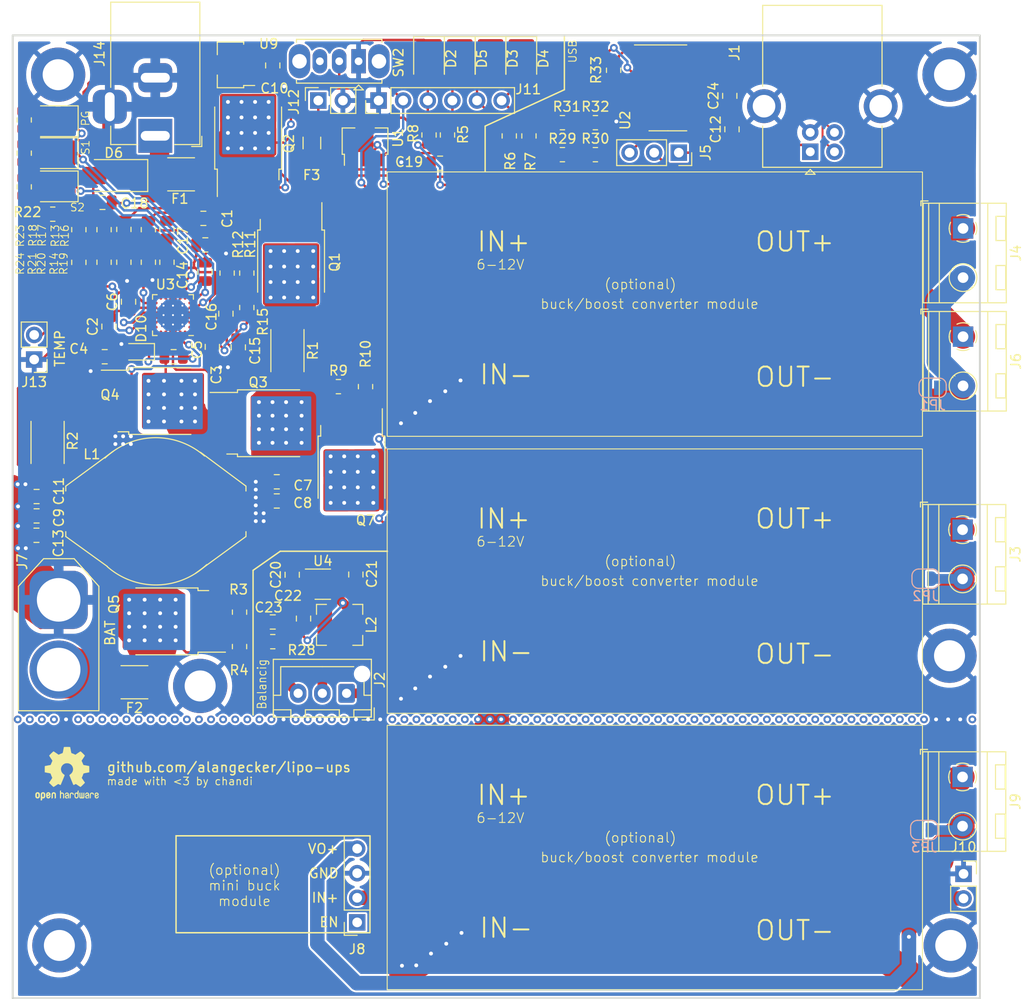
<source format=kicad_pcb>
(kicad_pcb (version 20221018) (generator pcbnew)
  (layers (0 "F.Cu" signal) (31 "B.Cu" signal) (34 "B.Paste" user) (35 "F.Paste" user) (36 "B.SilkS" user "B.Silkscreen") (37 "F.SilkS" user "F.Silkscreen") (38 "B.Mask" user) (39 "F.Mask" user) (44 "Edge.Cuts" user))
  (net 0 "")
  (net 1 "/balancing/BATP")
  (net 2 "/balancing/BATC")
  (net 3 "GND")
  (net 4 "/BAT")
  (net 5 "Net-(U3-VFB)")
  (net 6 "Net-(U3-SRP)")
  (net 7 "Net-(U3-VCC)")
  (net 10 "Net-(D10-A)")
  (net 11 "Net-(Q3-S)")
  (net 12 "Net-(D10-K)")
  (net 13 "/USB/D-")
  (net 14 "/USB/D+")
  (net 15 "Net-(J5-Pin_3)")
  (net 16 "Net-(J4-Pin_1)")
  (net 17 "Net-(J4-Pin_2)")
  (net 18 "Net-(J3-Pin_1)")
  (net 19 "Net-(J3-Pin_2)")
  (net 20 "/charger/SYS")
  (net 21 "/Vin")
  (net 22 "Net-(Q5-G)")
  (net 23 "/VUSB")
  (net 24 "Net-(Q1-G)")
  (net 25 "Net-(U3-TTC)")
  (net 26 "Net-(Q1-D)")
  (net 27 "+3.3VA")
  (net 28 "Net-(U3-TS)")
  (net 29 "Net-(U4-BIAS)")
  (net 30 "Net-(U4-SW)")
  (net 31 "Net-(U4-ISET)")
  (net 32 "Net-(U2-VUSB)")
  (net 33 "Net-(Q3-G)")
  (net 34 "Net-(Q4-G)")
  (net 35 "Net-(Q7-G)")
  (net 36 "Net-(U3-~{BATDRV})")
  (net 37 "Net-(D5-A)")
  (net 38 "Net-(D3-A)")
  (net 39 "/SW_ON")
  (net 40 "Net-(D4-A)")
  (net 41 "Net-(D2-A)")
  (net 42 "Net-(J11-Pin_2)")
  (net 43 "Net-(U3-~{ACDRV})")
  (net 44 "Net-(U3-ISET1)")
  (net 45 "Net-(U3-ISET2)")
  (net 46 "Net-(U3-ACSET)")
  (net 47 "/charger/TEMP")
  (net 48 "Net-(D7-A)")
  (net 49 "Net-(D9-A)")
  (net 50 "Net-(D8-A)")
  (net 51 "Net-(U2-GP2)")
  (net 52 "Net-(U2-GP3)")
  (net 53 "Net-(U2-~{RST})")
  (net 54 "/charger/STAT1")
  (net 55 "/charger/PG")
  (net 56 "/charger/STAT2")
  (net 57 "Net-(J7-Pin_2)")
  (net 58 "Net-(J12-Pin_1)")
  (net 59 "/balancing/BATN")
  (net 60 "Net-(F1-Pad1)")
  (net 61 "Net-(U9-VOUT)")
  (net 62 "VCC")
  (net 63 "Net-(U1-VOUT)")
  (net 64 "Net-(J5-Pin_1)")
  (net 65 "Net-(J5-Pin_2)")
  (net 67 "Net-(J9-Pin_1)")
  (net 68 "Net-(J9-Pin_2)")
  (net 69 "Net-(J10-Pin_2)")
  (net 70 "Net-(J8-Pin_2)")
  (net 71 "Net-(J8-Pin_1)")
  (footprint "Package_TO_SOT_SMD:TO-252-2" (layer "F.Cu") (at 125.7145 58.3405 -90)
    (fp_text reference "Q1")
    (fp_text value "AOD423")
  )
  (footprint "Connector_USB:USB_B_OST_USB-B1HSxx_Horizontal" (layer "F.Cu") (at 179.3 46.95 90)
    (fp_text reference "J1")
    (fp_text value "USB_B")
  )
  (footprint "Resistor_SMD:R_0805_2012Metric" (layer "F.Cu") (at 101.1174 53.3908)
    (fp_text reference "R22")
    (fp_text value "100")
  )
  (footprint "Fuse:Fuse_1812_4532Metric_Pad1.30x3.40mm_HandSolder" (layer "F.Cu") (at 109.55 101.727 180)
    (fp_text reference "F2")
    (fp_text value "8A")
  )
  (footprint "Fuse:Fuse_1812_4532Metric_Pad1.30x3.40mm_HandSolder" (layer "F.Cu") (at 114.366 49.276)
    (fp_text reference "F1")
    (fp_text value "8A")
  )
  (footprint "Capacitor_SMD:C_0805_2012Metric" (layer "F.Cu") (at 116.6622 53.8226)
    (fp_text reference "C1")
    (fp_text value "22pF")
  )
  (footprint "Connector_PinSocket_2.54mm:PinSocket_1x02_P2.54mm_Vertical" (layer "F.Cu") (at 128.524 41.656 90)
    (fp_text reference "J12")
    (fp_text value "Battery Meter")
  )
  (footprint "Resistor_SMD:R_0805_2012Metric" (layer "F.Cu") (at 112.903 58.356 -90)
    (fp_text reference "R19")
    (fp_text value "33k")
  )
  (footprint "Inductor_SMD:L_Fastron_PISR" (layer "F.Cu") (at 111.76 84.075)
    (fp_text reference "L1")
    (fp_text value "6.8uH 6A")
  )
  (footprint "Package_TO_SOT_SMD:TO-252-2" (layer "F.Cu") (at 121.284 45.432 90)
    (fp_text reference "Q2")
    (fp_text value "AOD423")
  )
  (footprint "Package_DFN_QFN:VQFN-24-1EP_4x4mm_P0.5mm_EP2.45x2.45mm_ThermalVias" (layer "F.Cu") (at 113.5265 63.8135 180)
    (fp_text reference "U3")
    (fp_text value "BQ24610")
  )
  (footprint "LED_SMD:LED_1210_3225Metric" (layer "F.Cu") (at 101.4476 47.0916 180)
    (fp_text reference "D8" hide)
    (fp_text value "S1")
  )
  (footprint "Capacitor_SMD:C_0805_2012Metric" (layer "F.Cu") (at 117.5905 67.0955 -90)
    (fp_text reference "C3")
    (fp_text value "1uF")
  )
  (footprint "MountingHole:MountingHole_3.2mm_M3_DIN965_Pad_TopBottom" (layer "F.Cu") (at 101.802 128.905)
    (fp_text reference "H3" hide)
    (fp_text value "MountingHole")
  )
  (footprint "Capacitor_SMD:C_0805_2012Metric" (layer "F.Cu") (at 120.269 67.1424 90)
    (fp_text reference "C15")
    (fp_text value "0.1uF")
  )
  (footprint "MountingHole:MountingHole_3.2mm_M3_DIN965_Pad_TopBottom" (layer "F.Cu") (at 101.675 38.989)
    (fp_text reference "H1" hide)
    (fp_text value "MountingHole")
  )
  (footprint "Resistor_SMD:R_2512_6332Metric" (layer "F.Cu") (at 125.3395 67.483 -90)
    (fp_text reference "R1")
    (fp_text value "10m")
  )
  (footprint "Resistor_SMD:R_0805_2012Metric" (layer "F.Cu") (at 119.1145 59.4755 -90)
    (fp_text reference "R12")
    (fp_text value "1k")
  )
  (footprint "Resistor_SMD:R_2512_6332Metric" (layer "F.Cu") (at 100.584 76.962 -90)
    (fp_text reference "R2")
    (fp_text value "10m")
  )
  (footprint "LED_SMD:LED_1210_3225Metric" (layer "F.Cu") (at 146.304 37.335 -90)
    (fp_text reference "D3")
    (fp_text value "USB_ON")
  )
  (footprint "converter:multi-converter" (layer "F.Cu") (at 135.636 77.6335)
    (fp_text reference "U6" hide)
    (fp_text value "~")
  )
  (footprint "Symbol:OSHW-Logo2_7.3x6mm_SilkScreen" (layer "F.Cu") (at 102.590385 111.171698)
    (fp_text reference "REF**" hide)
    (fp_text value "OSHW-Logo2_7.3x6mm_SilkScreen" hide)
  )
  (footprint "Connector_PinSocket_2.54mm:PinSocket_1x04_P2.54mm_Vertical" (layer "F.Cu") (at 132.5372 126.525868 180)
    (fp_text reference "J8")
    (fp_text value "Mini Buck Module")
  )
  (footprint "Capacitor_SMD:C_0805_2012Metric" (layer "F.Cu") (at 170.9928 41.1734 90)
    (fp_text reference "C24")
    (fp_text value "1uF")
  )
  (footprint "Package_TO_SOT_SMD:SOT-23-6" (layer "F.Cu") (at 128.9905 91.6)
    (fp_text reference "U4")
    (fp_text value "ETA3000S2G")
  )
  (footprint "converter:multi-converter" (layer "F.Cu") (at 135.636 49.0285)
    (fp_text reference "U5" hide)
    (fp_text value "~")
  )
  (footprint "LED_SMD:LED_1210_3225Metric" (layer "F.Cu") (at 143.129 37.341 -90)
    (fp_text reference "D5")
    (fp_text value "PWR")
  )
  (footprint "Capacitor_SMD:C_0805_2012Metric" (layer "F.Cu") (at 124.2416 81.026 180)
    (fp_text reference "C7")
    (fp_text value "10u")
  )
  (footprint "Resistor_SMD:R_0805_2012Metric" (layer "F.Cu") (at 98.171 50.5714 -90)
    (fp_text reference "R25" hide)
    (fp_text value "47")
  )
  (footprint "Diode_SMD:D_SOD-323" (layer "F.Cu") (at 110.0045 67.6035 180)
    (fp_text reference "D10")
    (fp_text value "1N5819WS")
  )
  (footprint "Capacitor_SMD:C_0805_2012Metric" (layer "F.Cu") (at 113.5925 68.1115)
    (fp_text reference "C5")
    (fp_text value "0.1uF")
  )
  (footprint "Capacitor_SMD:C_0805_2012Metric" (layer "F.Cu") (at 171.2214 44.6278 90)
    (fp_text reference "C12")
    (fp_text value "0.1uF")
  )
  (footprint "Connector_BarrelJack:BarrelJack_Horizontal" (layer "F.Cu") (at 111.7 45.3 -90)
    (fp_text reference "J14")
    (fp_text value "V_in")
  )
  (footprint "Package_TO_SOT_SMD:TO-252-2" (layer "F.Cu") (at 123.4948 74.9808)
    (fp_text reference "Q3")
    (fp_text value "AOD484")
  )
  (footprint "Resistor_SMD:R_0805_2012Metric" (layer "F.Cu") (at 153.7208 43.942)
    (fp_text reference "R31")
    (fp_text value "150k")
  )
  (footprint "Resistor_SMD:R_0805_2012Metric" (layer "F.Cu") (at 148.2344 45.3136 90)
    (fp_text reference "R6")
    (fp_text value "150")
  )
  (footprint "TerminalBlock_RND:TerminalBlock_RND_205-00232_1x02_P5.08mm_Horizontal" (layer "F.Cu") (at 195.0212 111.506 -90)
    (fp_text reference "J9")
    (fp_text value "~")
  )
  (footprint "Resistor_SMD:R_0805_2012Metric" (layer "F.Cu") (at 98.171 47.0916 90)
    (fp_text reference "R27" hide)
    (fp_text value "47")
  )
  (footprint "Button_Switch_THT:SW_Slide_1P2T_CK_OS102011MS2Q" (layer "F.Cu") (at 132.683 37.6 180)
    (fp_text reference "SW2")
    (fp_text value "SW_SPDT")
  )
  (footprint "Connector_PinHeader_2.54mm:PinHeader_1x06_P2.54mm_Vertical" (layer "F.Cu") (at 134.747 41.656 90)
    (fp_text reference "J11")
    (fp_text value "Front Panel")
  )
  (footprint "LED_SMD:LED_1210_3225Metric" (layer "F.Cu") (at 101.453 43.7896 180)
    (fp_text reference "D9" hide)
    (fp_text value "PG")
  )
  (footprint "MountingHole:MountingHole_3.2mm_M3_DIN965_Pad_TopBottom" (layer "F.Cu") (at 193.675 98.989)
    (fp_text reference "H5" hide)
    (fp_text value "MountingHole")
  )
  (footprint "Fuse:Fuse_1206_3216Metric_Pad1.42x1.75mm_HandSolder" (layer "F.Cu") (at 127.8636 46.0391 90)
    (fp_text reference "F3")
    (fp_text value "100mA")
  )
  (footprint "Capacitor_SMD:C_0805_2012Metric" (layer "F.Cu") (at 106.25 52.1716)
    (fp_text reference "C18")
    (fp_text value "0.1uF")
  )
  (footprint "Resistor_SMD:R_0805_2012Metric" (layer "F.Cu") (at 130.6 71.2)
    (fp_text reference "R9")
    (fp_text value "100k")
  )
  (footprint "Resistor_SMD:R_0805_2012Metric" (layer "F.Cu") (at 112.903 54.991 -90)
    (fp_text reference "R16")
    (fp_text value "68k")
  )
  (footprint "Resistor_SMD:R_0805_2012Metric" (layer "F.Cu") (at 133.4 71.2 90)
    (fp_text reference "R10")
    (fp_text value "1k")
  )
  (footprint "converter:multi-converter" (layer "F.Cu") (at 135.636 106.172)
    (fp_text reference "U7" hide)
    (fp_text value "~")
  )
  (footprint "Resistor_SMD:R_0805_2012Metric" (layer "F.Cu") (at 108.458 54.9656 -90)
    (fp_text reference "R17")
    (fp_text value "100k")
  )
  (footprint "Resistor_SMD:R_0805_2012Metric" (layer "F.Cu") (at 159.004 38.5318 -90)
    (fp_text reference "R33")
    (fp_text value "10k")
  )
  (footprint "Inductor_SMD:L_Bourns-SRN4018" (layer "F.Cu") (at 130.725 95.8 180)
    (fp_text reference "L2")
    (fp_text value "1uH")
  )
  (footprint "Resistor_SMD:R_0805_2012Metric" (layer "F.Cu") (at 150.2664 45.3136 90)
    (fp_text reference "R7")
    (fp_text value "150")
  )
  (footprint "Capacitor_SMD:C_0805_2012Metric" (layer "F.Cu") (at 123.825 95.504 180)
    (fp_text reference "C23")
    (fp_text value "1nF")
  )
  (footprint "Resistor_SMD:R_0805_2012Metric" (layer "F.Cu") (at 157.1244 47.244)
    (fp_text reference "R30")
    (fp_text value "10k")
  )
  (footprint "Package_TO_SOT_SMD:TO-252-2" (layer "F.Cu") (at 131.953 79.6195 -90)
    (fp_text reference "Q7")
    (fp_text value "AOD423")
  )
  (footprint "Diode_SMD:D_SMA" (layer "F.Cu") (at 107.41 49.403 180)
    (fp_text reference "D6")
    (fp_text value "US1A")
  )
  (footprint "Resistor_SMD:R_0805_2012Metric" (layer "F.Cu") (at 106.4145 54.991 -90)
    (fp_text reference "R18")
    (fp_text value "68k")
  )
  (footprint "TerminalBlock_RND:TerminalBlock_RND_205-00232_1x02_P5.08mm_Horizontal" (layer "F.Cu") (at 195.072 66.04 -90)
    (fp_text reference "J6")
    (fp_text value "~")
  )
  (footprint "Capacitor_SMD:C_0805_2012Metric" (layer "F.Cu") (at 127 95.15 -90)
    (fp_text reference "C22")
    (fp_text value "10nF")
  )
  (footprint "TerminalBlock_RND:TerminalBlock_RND_205-00232_1x02_P5.08mm_Horizontal" (layer "F.Cu") (at 195.024 85.974 -90)
    (fp_text reference "J3")
    (fp_text value "~")
  )
  (footprint "Capacitor_SMD:C_0805_2012Metric" (layer "F.Cu") (at 106.9225 64.9975 90)
    (fp_text reference "C2")
    (fp_text value "0.1uF")
  )
  (footprint "Connector_JST:JST_XH_B3B-XH-AM_1x03_P2.50mm_Vertical" (layer "F.Cu") (at 131.445 102.87 180)
    (fp_text reference "J2")
    (fp_text value "Balancig")
  )
  (footprint "Resistor_SMD:R_0805_2012Metric" (layer "F.Cu") (at 121.1465 59.4755 -90)
    (fp_text reference "R11")
    (fp_text value "100k")
  )
  (footprint "Connector_PinSocket_2.54mm:PinSocket_1x02_P2.54mm_Vertical" (layer "F.Cu") (at 195.1228 121.5136)
    (fp_text reference "J10")
    (fp_text value "~")
  )
  (footprint "Resistor_SMD:R_0805_2012Metric" (layer "F.Cu") (at 139.954 45.2139 90)
    (fp_text reference "R8")
    (fp_text value "470")
  )
  (footprint "Capacitor_SMD:C_0805_2012Metric" (layer "F.Cu") (at 141.097 48.133)
    (fp_text reference "C19")
    (fp_text value "1uF")
  )
  (footprint "Resistor_SMD:R_0805_2012Metric" (layer "F.Cu") (at 106.4145 58.356 -90)
    (fp_text reference "R21")
    (fp_text value "33k")
  )
  (footprint "Capacitor_SMD:C_0805_2012Metric" (layer "F.Cu") (at 132.4 90.6 90)
    (fp_text reference "C21")
    (fp_text value "2.2uF")
  )
  (footprint "Resistor_SMD:R_0805_2012Metric" (layer "F.Cu") (at 103.8098 58.3673 90)
    (fp_text reference "R24")
    (fp_text value "430k")
  )
  (footprint "Package_TO_SOT_SMD:SOT-89-3" (layer "F.Cu") (at 119.461 37.973 180)
    (fp_text reference "U9")
    (fp_text value "    HT7533-1")
  )
  (footprint "Capacitor_SMD:C_0805_2012Metric" (layer "F.Cu") (at 124.2416 83.0072 180)
    (fp_text reference "C8")
    (fp_text value "10u")
  )
  (footprint "LED_SMD:LED_1210_3225Metric" (layer "F.Cu") (at 149.479 37.341 -90)
    (fp_text reference "D4")
    (fp_text value "SW")
  )
  (footprint "MountingHole:MountingHole_3.2mm_M3_DIN965_Pad_TopBottom" (layer "F.Cu") (at 116.332 102.108)
    (fp_text reference "H6" hide)
    (fp_text value "MountingHole")
  )
  (footprint "LED_SMD:LED_1210_3225Metric" (layer "F.Cu") (at 101.4476 50.5206 180)
    (fp_text reference "D7" hide)
    (fp_text value "S2")
  )
  (footprint "Resistor_SMD:R_0805_2012Metric" (layer "F.Cu") (at 120.396 94.488 -90)
    (fp_text reference "R3")
    (fp_text value "100k")
  )
  (footprint "Capacitor_SMD:C_0805_2012Metric" (layer "F.Cu") (at 116.8285 59.3485 -90)
    (fp_text reference "C14")
    (fp_text value "56nF")
  )
  (footprint "Resistor_SMD:R_0805_2012Metric" (layer "F.Cu") (at 110.9865 58.356 -90)
    (fp_text reference "R14")
    (fp_text value "240k")
  )
  (footprint "Resistor_SMD:R_0805_2012Metric" (layer "F.Cu") (at 120.396 98.044 90)
    (fp_text reference "R4")
    (fp_text value "1k")
  )
  (footprint "Connector_PinHeader_2.54mm:PinHeader_1x02_P2.54mm_Vertical" (layer "F.Cu") (at 99.2 68.4 180)
    (fp_text reference "J13")
    (fp_text value "TEMP")
  )
  (footprint "Package_SO:SOIC-14_3.9x8.7mm_P1.27mm" (layer "F.Cu") (at 164.6062 40.3485)
    (fp_text reference "U2")
    (fp_text value "MCP2221AxSL")
  )
  (footprint "Capacitor_SMD:C_0805_2012Metric" (layer "F.Cu") (at 125.8316 90.6272 -90)
    (fp_text reference "C20")
    (fp_text value "2.2uF")
  )
  (footprint "Resistor_SMD:R_0805_2012Metric" (layer "F.Cu") (at 157.1244 43.942)
    (fp_text reference "R32")
    (fp_text value "10k")
  )
  (footprint "Capacitor_SMD:C_0805_2012Metric" (layer "F.Cu") (at 99.45 84.55 180)
    (fp_text reference "C9")
    (fp_text value "10u")
  )
  (footprint "Capacitor_SMD:C_0805_2012Metric" (layer "F.Cu") (at 99.45 82.55 180)
    (fp_text reference "C11")
    (fp_text value "10u")
  )
  (footprint "Capacitor_SMD:C_0805_2012Metric" (layer "F.Cu") (at 99.4352 86.55 180)
    (fp_text reference "C13")
    (fp_text value "DNP")
  )
  (footprint "Resistor_SMD:R_0805_2012Metric" (layer "F.Cu") (at 141.859 45.2139 90)
    (fp_text reference "R5")
    (fp_text value "47")
  )
  (footprint "Resistor_SMD:R_0805_2012Metric" (layer "F.Cu") (at 121.1465 63.0315 -90)
    (fp_text reference "R15")
    (fp_text value "10")
  )
  (footprint "LED_SMD:LED_1210_3225Metric" (layer "F.Cu") (at 139.954 37.335 -90)
    (fp_text reference "D2")
    (fp_text value "CHG")
  )
  (footprint "TerminalBlock_RND:TerminalBlock_RND_205-00232_1x02_P5.08mm_Horizontal" (layer "F.Cu") (at 195.072 54.864 -90)
    (fp_text reference "J4")
    (fp_text value "~")
  )
  (footprint "Connector_AMASS:AMASS_XT60-F_1x02_P7.20mm_Vertical" (layer "F.Cu") (at 101.727 93.218 -90)
    (fp_text reference "J7")
    (fp_text value "BAT")
  )
  (footprint "Resistor_SMD:R_0805_2012Metric" (layer "F.Cu") (at 123.825 97.536)
    (fp_text reference "R28")
    (fp_text value "25k")
  )
  (footprint "Resistor_SMD:R_0805_2012Metric" (layer "F.Cu") (at 110.9865 54.991 -90)
    (fp_text reference "R13")
    (fp_text value "680k")
  )
  (footprint "MountingHole:MountingHole_3.2mm_M3_DIN965_Pad_TopBottom" (layer "F.Cu") (at 193.802 128.905)
    (fp_text reference "H2" hide)
    (fp_text value "MountingHole")
  )
  (footprint "Package_TO_SOT_SMD:SOT-89-3" (layer "F.Cu") (at 133.35 45.847 90)
    (fp_text reference "U1")
    (fp_text value "    HT7533-1")
  )
  (footprint "Capacitor_SMD:C_0805_2012Metric" (layer "F.Cu") (at 108.9406 62.4332 90)
    (fp_text reference "C6")
    (fp_text value "0.1uF")
  )
  (footprint "Package_TO_SOT_SMD:TO-252-2" (layer "F.Cu") (at 112.8 95.44 180)
    (fp_text reference "Q5")
    (fp_text value "AOD423")
  )
  (footprint "Package_TO_SOT_SMD:TO-252-2" (layer "F.Cu") (at 112.268 72.6825)
    (fp_text reference "Q4")
    (fp_text value "AOD484")
  )
  (footprint "MountingHole:MountingHole_3.2mm_M3_DIN965_Pad_TopBottom" (layer "F.Cu") (at 193.675 38.989)
    (fp_text reference "H4" hide)
    (fp_text value "MountingHole")
  )
  (footprint "Capacitor_SMD:C_0805_2012Metric" (layer "F.Cu") (at 118.9875 63.6665 -90)
    (fp_text reference "C16")
    (fp_text value "0.1uF")
  )
  (footprint "Capacitor_SMD:C_0805_2012Metric" (layer "F.Cu") (at 116.8654 56.5658)
    (fp_text reference "C17")
    (fp_text value "1uF")
  )
  (footprint "Resistor_SMD:R_0805_2012Metric" (layer "F.Cu") (at 108.458 58.356 -90)
    (fp_text reference "R20")
    (fp_text value "10k")
  )
  (footprint "Capacitor_SMD:C_0805_2012Metric" (layer "F.Cu") (at 123.825 38.034 -90)
    (fp_text reference "C10")
    (fp_text value "10uF")
  )
  (footprint "Capacitor_SMD:C_0805_2012Metric" (layer "F.Cu") (at 106.4805 68.1115 180)
    (fp_text reference "C4")
    (fp_text value "1uF")
  )
  (footprint "Resistor_SMD:R_0805_2012Metric" (layer "F.Cu") (at 98.171 43.6626 90)
    (fp_text reference "R26" hide)
    (fp_text value "47")
  )
  (footprint "Resistor_SMD:R_0805_2012Metric" (layer "F.Cu") (at 153.7208 47.244)
    (fp_text reference "R29")
    (fp_text value "150k")
  )
  (footprint "Resistor_SMD:R_0805_2012Metric" (layer "F.Cu") (at 103.8098 54.991 90)
    (fp_text reference "R23")
    (fp_text value "9.31k")
  )
  (footprint "Connector_PinSocket_2.54mm:PinSocket_1x03_P2.54mm_Vertical" (layer "F.Cu") (at 165.735 47.04 -90)
    (fp_text reference "J5")
    (fp_text value "Unused Pins")
  )
  (footprint "Jumper:SolderJumper-2_P1.3mm_Open_RoundedPad1.0x1.5mm" (layer "B.Cu") (at 191.9328 71.3232)
    (fp_text reference "JP1")
    (fp_text value "Jumper_2_Open")
  )
  (footprint "Jumper:SolderJumper-2_P1.3mm_Open_RoundedPad1.0x1.5mm" (layer "B.Cu") (at 191.2008 91.0336)
    (fp_text reference "JP2")
    (fp_text value "Jumper_2_Open")
  )
  (footprint "Jumper:SolderJumper-2_P1.3mm_Open_RoundedPad1.0x1.5mm" (layer "B.Cu") (at 191.0588 116.9924)
    (fp_text reference "JP3")
    (fp_text value "Jumper_2_Open")
  )
  (gr_rect (start 131.9598 130.666068) (end 131.9598 130.666068) (stroke (width 0.2)) (fill none) (layer "F.Cu"))
  (gr_rect (start 113.8428 117.585068) (end 133.858 127.592668) (stroke (width 0.15)) (fill none) (layer "F.SilkS"))
  (gr_line (start 145.7452 44.2976) (end 145.7452 48.9712) (stroke (width 0.15)) (layer "F.SilkS"))
  (gr_line (start 145.7452 44.2976) (end 153.924 40.5384) (stroke (width 0.15)) (layer "F.SilkS"))
  (gr_line (start 124.6 88.2) (end 135.6598 88.2) (stroke (width 0.15)) (layer "F.SilkS"))
  (gr_line (start 121.793 105.1052) (end 121.793 90.17) (stroke (width 0.15)) (layer "F.SilkS"))
  (gr_line (start 121.793 90.17) (end 124.6 88.2) (stroke (width 0.15)) (layer "F.SilkS"))
  (gr_line (start 153.924 40.5384) (end 153.924 35.052) (stroke (width 0.15)) (layer "F.SilkS"))
  (gr_poly (pts (xy 96.984 34.925) (xy 196.806 34.925) (xy 196.806 134.366) (xy 96.984 134.366)) (stroke (width 0.2)) (fill none) (layer "Edge.Cuts"))
  (gr_text "(optional)\nmini buck\nmodule" (at 120.904 124.9172) (layer "F.SilkS") (effects (font (size 1 1) (thickness 0.1)) (justify bottom)))
  (gr_text "VO+" (at 130.7084 119.515468) (layer "F.SilkS") (effects (font (size 1 1)) (justify right bottom)))
  (gr_text "USB" (at 155.2448 37.846 90) (layer "F.SilkS") (effects (font (size 0.8 0.8) (thickness 0.1)) (justify left bottom)))
  (gr_text "github.com/alangecker/lipo-ups" (at 106.6292 111.093091) (layer "F.SilkS") (effects (font (size 1 1)) (justify left bottom)))
  (gr_text "EN" (at 130.7084 127.084668) (layer "F.SilkS") (effects (font (size 1 1)) (justify right bottom)))
  (gr_text "IN+" (at 130.7084 124.5616) (layer "F.SilkS") (effects (font (size 1 1)) (justify right bottom)))
  (gr_text "GND" (at 130.7084 122.038534) (layer "F.SilkS") (effects (font (size 1 1)) (justify right bottom)))
  (gr_text "made with <3 by chandi" (at 106.6292 112.4204) (layer "F.SilkS") (effects (font (size 0.8 0.8) (thickness 0.1)) (justify left bottom)))
  (via (at 171.083638 105.5624) (size 0.8) (drill 0.4) (layers "F.Cu" "B.Cu") (net 0))
  (via (at 183.555468 105.5624) (size 0.8) (drill 0.4) (layers "F.Cu" "B.Cu") (net 0))
  (via (at 196.027306 105.5624) (size 0.8) (drill 0.4) (layers "F.Cu" "B.Cu") (net 0))
  (via (at 159.858991 105.5624) (size 0.8) (drill 0.4) (layers "F.Cu" "B.Cu") (net 0))
  (via (at 176.07237 105.5624) (size 0.8) (drill 0.4) (layers "F.Cu" "B.Cu") (net 0))
  (via (at 103.735756 105.5624) (size 0.8) (drill 0.4) (layers "F.Cu" "B.Cu") (net 0))
  (via (at 131.173782 105.5624) (size 0.8) (drill 0.4) (layers "F.Cu" "B.Cu") (net 0))
  (via (at 179.813919 105.5624) (size 0.8) (drill 0.4) (layers "F.Cu" "B.Cu") (net 0))
  (via (at 108.724488 105.5624) (size 0.8) (drill 0.4) (layers "F.Cu" "B.Cu") (net 0))
  (via (at 172.330821 105.5624) (size 0.8) (drill 0.4) (layers "F.Cu" "B.Cu") (net 0))
  (via (at 168.589272 105.5624) (size 0.8) (drill 0.4) (layers "F.Cu" "B.Cu") (net 0))
  (via (at 114.960403 105.5624) (size 0.8) (drill 0.4) (layers "F.Cu" "B.Cu") (net 0))
  (via (at 98.747024 105.5624) (size 0.8) (drill 0.4) (layers "F.Cu" "B.Cu") (net 0))
  (via (at 152.375893 105.5624) (size 0.8) (drill 0.4) (layers "F.Cu" "B.Cu") (net 0))
  (via (at 126.18505 105.5624) (size 0.8) (drill 0.4) (layers "F.Cu" "B.Cu") (net 0))
  (via (at 184.802651 105.5624) (size 0.8) (drill 0.4) (layers "F.Cu" "B.Cu") (net 0))
  (via (at 177.319553 105.5624) (size 0.8) (drill 0.4) (layers "F.Cu" "B.Cu") (net 0))
  (via (at 138.65688 105.5624) (size 0.8) (drill 0.4) (layers "F.Cu" "B.Cu") (net 0))
  (via (at 149.881527 105.5624) (size 0.8) (drill 0.4) (layers "F.Cu" "B.Cu") (net 0))
  (via (at 106.230122 105.5624) (size 0.8) (drill 0.4) (layers "F.Cu" "B.Cu") (net 0))
  (via (at 191.038566 105.5624) (size 0.8) (drill 0.4) (layers "F.Cu" "B.Cu") (net 0))
  (via (at 101.24139 105.5624) (size 0.8) (drill 0.4) (layers "F.Cu" "B.Cu") (net 0))
  (via (at 109.971671 105.5624) (size 0.8) (drill 0.4) (layers "F.Cu" "B.Cu") (net 0))
  (via (at 178.566736 105.5624) (size 0.8) (drill 0.4) (layers "F.Cu" "B.Cu") (net 0))
  (via (at 112.466037 105.5624) (size 0.8) (drill 0.4) (layers "F.Cu" "B.Cu") (net 0))
  (via (at 187.297017 105.5624) (size 0.8) (drill 0.4) (layers "F.Cu" "B.Cu") (net 0))
  (via (at 164.847723 105.5624) (size 0.8) (drill 0.4) (layers "F.Cu" "B.Cu") (net 0))
  (via (at 186.049834 105.5624) (size 0.8) (drill 0.4) (layers "F.Cu" "B.Cu") (net 0))
  (via (at 154.870259 105.5624) (size 0.8) (drill 0.4) (layers "F.Cu" "B.Cu") (net 0))
  (via (at 181.061102 105.5624) (size 0.8) (drill 0.4) (layers "F.Cu" "B.Cu") (net 0))
  (via (at 136.162514 105.5624) (size 0.8) (drill 0.4) (layers "F.Cu" "B.Cu") (net 0))
  (via (at 117.454769 105.5624) (size 0.8) (drill 0.4) (layers "F.Cu" "B.Cu") (net 0))
  (via (at 107.477305 105.5624) (size 0.8) (drill 0.4) (layers "F.Cu" "B.Cu") (net 0))
  (via (at 143.645612 105.5624) (size 0.8) (drill 0.4) (layers "F.Cu" "B.Cu") (net 0))
  (via (at 111.218854 105.5624) (size 0.8) (drill 0.4) (layers "F.Cu" "B.Cu") (net 0))
  (via (at 182.308285 105.5624) (size 0.8) (drill 0.4) (layers "F.Cu" "B.Cu") (net 0))
  (via (at 158.611808 105.5624) (size 0.8) (drill 0.4) (layers "F.Cu" "B.Cu") (net 0))
  (via (at 167.342089 105.5624) (size 0.8) (drill 0.4) (layers "F.Cu" "B.Cu") (net 0))
  (via (at 137.409697 105.5624) (size 0.8) (drill 0.4) (layers "F.Cu" "B.Cu") (net 0))
  (via (at 113.71322 105.5624) (size 0.8) (drill 0.4) (layers "F.Cu" "B.Cu") (net 0))
  (via (at 162.353357 105.5624) (size 0.8) (drill 0.4) (layers "F.Cu" "B.Cu") (net 0))
  (via (at 156.117442 105.5624) (size 0.8) (drill 0.4) (layers "F.Cu" "B.Cu") (net 0))
  (via (at 151.12871 105.5624) (size 0.8) (drill 0.4) (layers "F.Cu" "B.Cu") (net 0))
  (via (at 122.443501 105.5624) (size 0.8) (drill 0.4) (layers "F.Cu" "B.Cu") (net 0))
  (via (at 188.5442 105.5624) (size 0.8) (drill 0.4) (layers "F.Cu" "B.Cu") (net 0))
  (via (at 128.679416 105.5624) (size 0.8) (drill 0.4) (layers "F.Cu" "B.Cu") (net 0))
  (via (at 99.994207 105.5624) (size 0.8) (drill 0.4) (layers "F.Cu" "B.Cu") (net 0))
  (via (at 153.623076 105.5624) (size 0.8) (drill 0.4) (layers "F.Cu" "B.Cu") (net 0))
  (via (at 118.701952 105.5624) (size 0.8) (drill 0.4) (layers "F.Cu" "B.Cu") (net 0))
  (via (at 174.825187 105.5624) (size 0.8) (drill 0.4) (layers "F.Cu" "B.Cu") (net 0))
  (via (at 97.499841 105.5624) (size 0.8) (drill 0.4) (layers "F.Cu" "B.Cu") (net 0))
  (via (at 141.151246 105.5624) (size 0.8) (drill 0.4) (layers "F.Cu" "B.Cu") (net 0))
  (via (at 104.982939 105.5624) (size 0.8) (drill 0.4) (layers "F.Cu" "B.Cu") (net 0))
  (via (at 189.791383 105.5624) (size 0.8) (drill 0.4) (layers "F.Cu" "B.Cu") (net 0))
  (via (at 161.106174 105.5624) (size 0.8) (drill 0.4) (layers "F.Cu" "B.Cu") (net 0))
  (via (at 121.196318 105.5624) (size 0.8) (drill 0.4) (layers "F.Cu" "B.Cu") (net 0))
  (via (at 127.432233 105.5624) (size 0.8) (drill 0.4) (layers "F.Cu" "B.Cu") (net 0))
  (via (at 123.690684 105.5624) (size 0.8) (drill 0.4) (layers "F.Cu" "B.Cu") (net 0))
  (via (at 142.398429 105.5624) (size 0.8) (drill 0.4) (layers "F.Cu" "B.Cu") (net 0))
  (via (at 157.364625 105.5624) (size 0.8) (drill 0.4) (layers "F.Cu" "B.Cu") (net 0))
  (via (at 116.207586 105.5624) (size 0.8) (drill 0.4) (layers "F.Cu" "B.Cu") (net 0))
  (via (at 119.949135 105.5624) (size 0.8) (drill 0.4) (layers "F.Cu" "B.Cu") (net 0))
  (via (at 163.60054 105.5624) (size 0.8) (drill 0.4) (layers "F.Cu" "B.Cu") (net 0))
  (via (at 173.578004 105.5624) (size 0.8) (drill 0.4) (layers "F.Cu" "B.Cu") (net 0))
  (via (at 139.904063 105.5624) (size 0.8) (drill 0.4) (layers "F.Cu" "B.Cu") (net 0))
  (via (at 129.926599 105.5624) (size 0.8) (drill 0.4) (layers "F.Cu" "B.Cu") (net 0))
  (via (at 169.836455 105.5624) (size 0.8) (drill 0.4) (layers "F.Cu" "B.Cu") (net 0))
  (via (at 166.094906 105.5624) (size 0.8) (drill 0.4) (layers "F.Cu" "B.Cu") (net 0))
  (segment (start 132.954188 102.87) (end 134.4 101.424188) (width 1) (layer "F.Cu") (net 1))
  (segment (start 134.4 93.55) (end 132.4 91.55) (width 1) (layer "F.Cu") (net 1))
  (segment (start 134.4 101.424188) (end 134.4 93.55) (width 1) (layer "F.Cu") (net 1))
  (segment (start 132.4 91.55) (end 130.178 91.55) (width 0.5) (layer "F.Cu") (net 1))
  (segment (start 131.445 102.87) (end 132.954188 102.87) (width 1) (layer "F.Cu") (net 1))
  (segment (start 128.945 102.87) (end 128.945 95.856) (width 1) (layer "F.Cu") (net 2))
  (segment (start 105.5305 68.1115) (end 105.5305 69.0945) (width 0.25) (layer "F.Cu") (net 3))
  (segment (start 132.683 35.8968) (end 132.683 37.6) (width 0.25) (layer "F.Cu") (net 3))
  (segment (start 137.1 48.027482) (end 137.116018 48.0435) (width 0.25) (layer "F.Cu") (net 3))
  (segment (start 166.079449 39.7235) (end 165.7604 39.404451) (width 0.25) (layer "F.Cu") (net 3))
  (segment (start 132.575 48.772) (end 131.85 48.047) (width 0.25) (layer "F.Cu") (net 3))
  (segment (start 157.8337 47.0408) (end 158.0369 47.244) (width 0.25) (layer "F.Cu") (net 3))
  (segment (start 170.9928 40.2234) (end 172.5134 40.2234) (width 0.25) (layer "F.Cu") (net 3))
  (segment (start 140.0575 48.0435) (end 140.147 48.133) (width 0.25) (layer "F.Cu") (net 3))
  (segment (start 149.479 35.941) (end 139.96 35.941) (width 0.25) (layer "F.Cu") (net 3))
  (segment (start 101.4 65.781404) (end 103.8098 63.371604) (width 0.25) (layer "F.Cu") (net 3))
  (segment (start 99.2 68.4) (end 100 68.4) (width 0.25) (layer "F.Cu") (net 3))
  (segment (start 118.7006 57.451) (end 117.8154 56.5658) (width 0.25) (layer "F.Cu") (net 3))
  (segment (start 111.408463 60.191538) (end 110.9865 59.769575) (width 0.25) (layer "F.Cu") (net 3))
  (segment (start 172.0428 42.8564) (end 172.0428 41.2734) (width 0.25) (layer "F.Cu") (net 3))
  (segment (start 116.8285 58.3985) (end 116.8285 57.5527) (width 0.25) (layer "F.Cu") (net 3))
  (segment (start 158.0369 43.942) (end 157.8337 44.1452) (width 0.25) (layer "F.Cu") (net 3))
  (segment (start 106.7308 42.5692) (end 107 42.3) (width 1) (layer "F.Cu") (net 3))
  (segment (start 118.4 69.2) (end 119.1614 69.2) (width 0.25) (layer "F.Cu") (net 3))
  (segment (start 100 68.4) (end 101.4 67) (width 0.25) (layer "F.Cu") (net 3))
  (segment (start 101.4 67) (end 101.4 65.781404) (width 0.25) (layer "F.Cu") (net 3))
  (segment (start 137.1 48.027482) (end 136.8255 48.301982) (width 0.25) (layer "F.Cu") (net 3))
  (segment (start 108.458 59.956045) (end 108.458 59.2685) (width 0.25) (layer "F.Cu") (net 3))
  (segment (start 135.928613 48.772) (end 132.575 48.772) (width 0.25) (layer "F.Cu") (net 3))
  (segment (start 111.979962 60.191538) (end 112.903 59.2685) (width 0.25) (layer "F.Cu") (net 3))
  (segment (start 171.2214 43.6778) (end 172.0428 42.8564) (width 0.25) (layer "F.Cu") (net 3))
  (segment (start 170.4929 39.7235) (end 166.079449 39.7235) (width 0.25) (layer "F.Cu") (net 3))
  (segment (start 131.85 48.047) (end 131.85 47.797) (width 0.25) (layer "F.Cu") (net 3))
  (segment (start 119 57.451) (end 118.7006 57.451) (width 0.25) (layer "F.Cu") (net 3))
  (segment (start 172.5134 40.2234) (end 174.53 42.24) (width 0.25) (layer "F.Cu") (net 3))
  (segment (start 118.4 68.855) (end 117.5905 68.0455) (width 0.25) (layer "F.Cu") (net 3))
  (segment (start 123.336 39.473) (end 123.825 38.984) (width 0.25) (layer "F.Cu") (net 3))
  (segment (start 106.7308 48.0822) (end 106.7308 42.5692) (width 1) (layer "F.Cu") (net 3))
  (segment (start 139.954 35.935) (end 139.419 35.4) (width 0.25) (layer "F.Cu") (net 3))
  (segment (start 157.8337 44.1452) (end 157.8337 47.0408) (width 0.25) (layer "F.Cu") (net 3))
  (segment (start 137.116018 48.0435) (end 140.0575 48.0435) (width 0.25) (layer "F.Cu") (net 3))
  (segment (start 136.8255 48.301982) (end 136.398631 48.301982) (width 0.25) (layer "F.Cu") (net 3))
  (segment (start 107.3495 65.9475) (end 108.204 66.802) (width 0.25) (layer "F.Cu") (net 3))
  (segment (start 119.1614 69.2) (end 120.269 68.0924) (width 0.25) (layer "F.Cu") (net 3))
  (segment (start 111.539 64.5635) (end 111.103492 64.5635) (width 0.25) (layer "F.Cu") (net 3))
  (segment (start 107.090706 66.115706) (end 106.9225 65.9475) (width 0.25) (layer "F.Cu") (net 3))
  (segment (start 159.28575 43.81735) (end 159.1611 43.942) (width 0.25) (layer "F.Cu") (net 3))
  (segment (start 125 40.2) (end 125 40.159) (width 0.25) (layer "F.Cu") (net 3))
  (segment (start 139.419 35.4) (end 133.1798 35.4) (width 0.25) (layer "F.Cu") (net 3))
  (segment (start 109.551286 66.115706) (end 107.090706 66.115706) (width 0.25) (layer "F.Cu") (net 3))
  (segment (start 125 40.159) (end 123.825 38.984) (width 0.25) (layer "F.Cu") (net 3))
  (segment (start 106.4145 59.2685) (end 108.458 59.2685) (width 0.25) (layer "F.Cu") (net 3))
  (segment (start 106.9225 65.9475) (end 107.3495 65.9475) (width 0.25) (layer "F.Cu") (net 3))
  (segment (start 121.411 39.473) (end 123.336 39.473) (width 0.25) (layer "F.Cu") (net 3))
  (segment (start 103.8098 63.371604) (end 103.8098 59.2798) (width 0.25) (layer "F.Cu") (net 3))
  (segment (start 118.4 69.2) (end 118.4 68.855) (width 0.25) (layer "F.Cu") (net 3))
  (segment (start 111.103492 64.5635) (end 109.551286 66.115706) (width 0.25) (layer "F.Cu") (net 3))
  (segment (start 111.408463 60.191538) (end 111.979962 60.191538) (width 0.25) (layer "F.Cu") (net 3))
  (segment (start 105.41 49.403) (end 106.7308 48.0822) (width 1) (layer "F.Cu") (net 3))
  (segment (start 146.31 35.941) (end 146.304 35.935) (width 0.25) (layer "F.Cu") (net 3))
  (segment (start 116.8285 57.5527) (end 117.8154 56.5658) (width 0.25) (layer "F.Cu") (net 3))
  (segment (start 172.0428 41.2734) (end 170.9928 40.2234) (width 0.25) (layer "F.Cu") (net 3))
  (segment (start 105.3 52.1716) (end 105.3 49.513) (width 0.25) (layer "F.Cu") (net 3))
  (segment (start 159.1611 43.942) (end 158.0369 43.942) (width 0.25) (layer "F.Cu") (net 3))
  (segment (start 108.787 60.285045) (end 108.458 59.956045) (width 0.25) (layer "F.Cu") (net 3))
  (segment (start 139.96 35.941) (end 139.954 35.935) (width 0.25) (layer "F.Cu") (net 3))
  (segment (start 110.9865 59.769575) (end 110.9865 59.2685) (width 0.25) (layer "F.Cu") (net 3))
  (segment (start 133.1798 35.4) (end 132.683 35.8968) (width 0.25) (layer "F.Cu") (net 3))
  (segment (start 170.9928 40.2234) (end 170.4929 39.7235) (width 0.25) (layer "F.Cu") (net 3))
  (segment (start 166.3567 36.5385) (end 167.0812 36.5385) (width 0.25) (layer "F.Cu") (net 3))
  (segment (start 105.3 49.513) (end 105.41 49.403) (width 0.25) (layer "F.Cu") (net 3))
  (segment (start 136.398631 48.301982) (end 135.928613 48.772) (width 0.25) (layer "F.Cu") (net 3))
  (segment (start 149.479 35.941) (end 146.31 35.941) (width 0.25) (layer "F.Cu") (net 3))
  (segment (start 165.7604 39.404451) (end 165.7604 37.1348) (width 0.25) (layer "F.Cu") (net 3))
  (segment (start 165.7604 37.1348) (end 166.3567 36.5385) (width 0.25) (layer "F.Cu") (net 3))
  (segment (start 105.5305 69.0945) (end 105.029 69.596) (width 0.25) (layer "F.Cu") (net 3))
  (via (at 122.0724 84.2772) (size 0.8) (drill 0.4) (layers "F.Cu" "B.Cu") (net 3))
  (via (at 137.0584 103.4288) (size 0.8) (drill 0.4) (layers "F.Cu" "B.Cu") (net 3))
  (via (at 122.0724 82.6516) (size 0.8) (drill 0.4) (layers "F.Cu" "B.Cu") (net 3))
  (via (at 125 40.2) (size 0.8) (drill 0.4) (layers "F.Cu" "B.Cu") (net 3))
  (via (at 138.5316 102.362) (size 0.8) (drill 0.4) (layers "F.Cu" "B.Cu") (net 3))
  (via (at 141.6304 71.6788) (size 0.8) (drill 0.4) (layers "F.Cu" "B.Cu") (net 3))
  (via (at 140.1572 129.7432) (size 0.8) (drill 0.4) (layers "F.Cu" "B.Cu") (net 3))
  (via (at 159.28575 43.81735) (size 0.8) (drill 0.4) (layers "F.Cu" "B.Cu") (net 3))
  (via (at 97.498 81.28) (size 0.8) (drill 0.4) (layers "F.Cu" "B.Cu") (net 3))
  (via (at 107.58025 77.12925) (size 0.8) (drill 0.4) (layers "F.Cu" "B.Cu") (net 3))
  (via (at 134.915331 105.5624) (size 0.8) (drill 0.4) (layers "F.Cu" "B.Cu") (net 3))
  (via (at 97.536 85.598) (size 0.8) (drill 0.4) (layers "F.Cu" "B.Cu") (net 3))
  (via (at 193.532932 105.5624) (size 0.8) (drill 0.4) (layers "F.Cu" "B.Cu") (net 3))
  (via (at 122.0724 81.026) (size 0.8) (drill 0.4) (layers "F.Cu" "B.Cu") (net 3))
  (via (at 118.4 69.2) (size 0.8) (drill 0.4) (layers "F.Cu" "B.Cu") (net 3))
  (via (at 122.0724 83.4644) (size 0.8) (drill 0.4) (layers "F.Cu" "B.Cu") (net 3))
  (via (at 122.8852 84.2772) (size 0.8) (drill 0.4) (layers "F.Cu" "B.Cu") (net 3))
  (via (at 111.408463 60.191538) (size 0.8) (drill 0.4) (layers "F.Cu" "B.Cu") (net 3))
  (via (at 143.2052 70.5612) (size 0.8) (drill 0.4) (layers "F.Cu" "B.Cu") (net 3))
  (via (at 108.38025 76.32925) (size 0.8) (drill 0.4) (layers "F.Cu" "B.Cu") (net 3))
  (via (at 141.732 128.7272) (size 0.8) (drill 0.4) (layers "F.Cu" "B.Cu") (net 3))
  (via (at 122.0724 81.8388) (size 0.8) (drill 0.4) (layers "F.Cu" "B.Cu") (net 3))
  (via (at 192.285749 105.5624) (size 0.8) (drill 0.4) (layers "F.Cu" "B.Cu") (net 3))
  (via (at 108.204 66.802) (size 0.8) (drill 0.4) (layers "F.Cu" "B.Cu") (net 3))
  (via (at 124.937867 105.5624) (size 0.8) (drill 0.4) (layers "F.Cu" "B.Cu") (net 3))
  (via (at 98.298 81.28) (size 0.8) (drill 0.4) (layers "F.Cu" "B.Cu") (net 3))
  (via (at 133.668148 105.5624) (size 0.8) (drill 0.4) (layers "F.Cu" "B.Cu") (net 3))
  (via (at 98.336 87.884) (size 0.8) (drill 0.4) (layers "F.Cu" "B.Cu") (net 3))
  (via (at 109.18025 77.12925) (size 0.8) (drill 0.4) (layers "F.Cu" "B.Cu") (net 3))
  (via (at 138.5316 73.914) (size 0.8) (drill 0.4) (layers "F.Cu" "B.Cu") (net 3))
  (via (at 102.488573 105.5624) (size 0.8) (drill 0.4) (layers "F.Cu" "B.Cu") (net 3))
  (via (at 141.6304 100.1268) (size 0.8) (drill 0.4) (layers "F.Cu" "B.Cu") (net 3))
  (via (at 122.8852 85.09) (size 0.8) (drill 0.4) (layers "F.Cu" "B.Cu") (net 3))
  (via (at 107.58025 76.32925) (size 0.8) (drill 0.4) (layers "F.Cu" "B.Cu") (net 3))
  (via (at 132.420965 105.5624) (size 0.8) (drill 0.4) (layers "F.Cu" "B.Cu") (net 3))
  (via (at 137.1 48.027482) (size 0.8) (drill 0.4) (layers "F.Cu" "B.Cu") (net 3))
  (via (at 194.780115 105.5624) (size 0.8) (drill 0.4) (layers "F.Cu" "B.Cu") (net 3))
  (via (at 119.2 69.2) (size 0.8) (drill 0.4) (layers "F.Cu" "B.Cu") (net 3))
  (via (at 140.0556 72.6948) (size 0.8) (drill 0.4) (layers "F.Cu" "B.Cu") (net 3))
  (via (at 119 57.451) (size 0.8) (drill 0.4) (layers "F.Cu" "B.Cu") (net 3))
  (via (at 122.0724 85.09) (size 0.8) (drill 0.4) (layers "F.Cu" "B.Cu") (net 3))
  (via (at 140.0556 101.1428) (size 0.8) (drill 0.4) (layers "F.Cu" "B.Cu") (net 3))
  (via (at 143.3068 127.6096) (size 0.8) (drill 0.4) (layers "F.Cu" "B.Cu") (net 3))
  (via (at 109.18025 76.32925) (size 0.8) (drill 0.4) (layers "F.Cu" "B.Cu") (net 3))
  (via (at 105.029 69.596) (size 0.8) (drill 0.4) (layers "F.Cu" "B.Cu") (net 3))
  (via (at 97.536 83.566) (size 0.8) (drill 0.4) (layers "F.Cu" "B.Cu") (net 3))
  (via (at 138.6332 130.9624) (size 0.8) (drill 0.4) (layers "F.Cu" "B.Cu") (net 3))
  (via (at 137.16 131) (size 0.8) (drill 0.4) (layers "F.Cu" "B.Cu") (net 3))
  (via (at 143.2052 99.0092) (size 0.8) (drill 0.4) (layers "F.Cu" "B.Cu") (net 3))
  (via (at 97.536 87.884) (size 0.8) (drill 0.4) (layers "F.Cu" "B.Cu") (net 3))
  (via (at 108.787 60.285045) (size 0.8) (drill 0.4) (layers "F.Cu" "B.Cu") (net 3))
  (via (at 108.38025 77.12925) (size 0.8) (drill 0.4) (layers "F.Cu" "B.Cu") (net 3))
  (via (at 137.0584 74.9808) (size 0.8) (drill 0.4) (layers "F.Cu" "B.Cu") (net 3))
  (segment (start 98.498 88.5) (end 98.7005 88.6765) (width 0.25) (layer "B.Cu") (net 3))
  (segment (start 108.58025 76.72925) (end 108.78275 76.90575) (width 0.25) (layer "B.Cu") (net 3))
  (segment (start 98.7005 88.027) (end 98.498 88.5) (width 0.25) (layer "B.Cu") (net 3))
  (segment (start 98.7005 88.6765) (end 99.067 89.043) (width 0.25) (layer "B.Cu") (net 3))
  (segment (start 108.78275 76.90575) (end 109.14925 77.27225) (width 0.25) (layer "B.Cu") (net 3))
  (segment (start 108.78275 76.25625) (end 108.58025 76.72925) (width 0.25) (layer "B.Cu") (net 3))
  (segment (start 105.5116 54.9656) (end 104.9395 55.5377) (width 0.25) (layer "F.Cu") (net 4))
  (segment (start 109.4382 61.4832) (end 110.5185 62.5635) (width 0.25) (layer "F.Cu") (net 4))
  (segment (start 98.044 74.93) (end 98.044 72.39) (width 0.25) (layer "F.Cu") (net 4))
  (segment (start 105.359802 64.973802) (end 105.359802 64.072025) (width 0.25) (layer "F.Cu") (net 4))
  (segment (start 118.203 98.645) (end 114.895 98.645) (width 0.25) (layer "F.Cu") (net 4))
  (segment (start 103.2 67.742) (end 100.584 70.358) (width 0.25) (layer "F.Cu") (net 4))
  (segment (start 134.366 49.403) (end 130.502 49.403) (width 0.25) (layer "F.Cu") (net 4))
  (segment (start 150.0124 49.53) (end 151.8184 47.724) (width 0.25) (layer "F.Cu") (net 4))
  (segment (start 135.2 76.272) (end 135.2 73) (width 0.25) (layer "F.Cu") (net 4))
  (segment (start 152.603427 45.72) (end 152.7048 45.72) (width 0.25) (layer "F.Cu") (net 4))
  (segment (start 134.8 76.6) (end 135.2 76.272) (width 0.25) (layer "F.Cu") (net 4))
  (segment (start 103.69 66.643604) (end 105.359802 64.973802) (width 0.25) (layer "F.Cu") (net 4))
  (segment (start 134.6 72.4) (end 134.6 68.6) (width 0.25) (layer "F.Cu") (net 4))
  (segment (start 101.223802 70.924) (end 103.69 68.457802) (width 0.25) (layer "F.Cu") (net 4))
  (segment (start 110.0994 54.9656) (end 105.5116 54.9656) (width 0.25) (layer "F.Cu") (net 4))
  (segment (start 138.096908 48.751982) (end 138.112926 48.768) (width 0.25) (layer "F.Cu") (net 4))
  (segment (start 134.6 68.6) (end 134.2 68.2) (width 0.25) (layer "F.Cu") (net 4))
  (segment (start 100.584 79.9245) (end 100.584 77.47) (width 0.25) (layer "F.Cu") (net 4))
  (segment (start 103.2 64.6178) (end 103.2 67.742) (width 0.25) (layer "F.Cu") (net 4))
  (segment (start 100.584 70.358) (end 98.552 70.358) (width 0.25) (layer "F.Cu") (net 4))
  (segment (start 135.295457 101.695457) (end 132.596914 104.394) (width 0.25) (layer "F.Cu") (net 4))
  (segment (start 99.51 70.924) (end 101.223802 70.924) (width 0.25) (layer "F.Cu") (net 4))
  (segment (start 103.69 68.457802) (end 103.69 66.643604) (width 0.25) (layer "F.Cu") (net 4))
  (segment (start 98.552 70.358) (end 97.536 71.374) (width 0.25) (layer "F.Cu") (net 4))
  (segment (start 97.536 71.374) (end 97.536 79.248) (width 0.25) (layer "F.Cu") (net 4))
  (segment (start 136.585027 48.751982) (end 138.096908 48.751982) (width 0.25) (layer "F.Cu") (net 4))
  (segment (start 115.1306 53.241) (end 111.824 53.241) (width 0.25) (layer "F.Cu") (net 4))
  (segment (start 108.9406 61.4832) (end 109.4382 61.4832) (width 0.25) (layer "F.Cu") (net 4))
  (segment (start 115.7122 53.8226) (end 115.1306 53.241) (width 0.25) (layer "F.Cu") (net 4))
  (segment (start 104.9395 62.8783) (end 103.2 64.6178) (width 0.25) (layer "F.Cu") (net 4))
  (segment (start 111.775 101.727) (end 111.775 98.875) (width 1.5) (layer "F.Cu") (net 4))
  (segment (start 135.295457 85.295457) (end 134.8 84.8) (width 0.25) (layer "F.Cu") (net 4))
  (segment (start 111.775 98.875) (end 109.865 96.965) (width 1.5) (layer "F.Cu") (net 4))
  (segment (start 135.934009 49.403) (end 136.585027 48.751982) (width 0.25) (layer "F.Cu") (net 4))
  (segment (start 151.8184 46.505027) (end 152.603427 45.72) (width 0.25) (layer "F.Cu") (net 4))
  (segment (start 128.524 47.425) (end 128.343 47.425) (width 0.25) (layer "F.Cu") (net 4))
  (segment (start 98.044 72.39) (end 99.51 70.924) (width 0.25) (layer "F.Cu") (net 4))
  (segment (start 135.295457 101.695457) (end 135.295457 85.295457) (width 0.25) (layer "F.Cu") (net 4))
  (segment (start 138.684 48.768) (end 139.446 49.53) (width 0.25) (layer "F.Cu") (net 4))
  (segment (start 152.7048 45.72) (end 152.7048 44.0455) (width 0.25) (layer "F.Cu") (net 4))
  (segment (start 134.366 49.403) (end 135.934009 49.403) (width 0.25) (layer "F.Cu") (net 4))
  (segment (start 105.359802 64.072025) (end 107.948627 61.4832) (width 0.25) (layer "F.Cu") (net 4))
  (segment (start 152.7048 44.0455) (end 152.8083 43.942) (width 0.25) (layer "F.Cu") (net 4))
  (segment (start 134.2 68.2) (end 134.2 49.569) (width 0.25) (layer "F.Cu") (net 4))
  (segment (start 114.895 98.645) (end 113.215 96.965) (width 0.25) (layer "F.Cu") (net 4))
  (segment (start 110.5185 62.5635) (end 111.539 62.5635) (width 0.25) (layer "F.Cu") (net 4))
  (segment (start 132.596914 104.394) (end 123.952 104.394) (width 0.25) (layer "F.Cu") (net 4))
  (segment (start 138.112926 48.768) (end 138.684 48.768) (width 0.25) (layer "F.Cu") (net 4))
  (segment (start 110.9865 54.0785) (end 110.0994 54.9656) (width 0.25) (layer "F.Cu") (net 4))
  (segment (start 107.948627 61.4832) (end 108.9406 61.4832) (width 0.25) (layer "F.Cu") (net 4))
  (segment (start 139.446 49.53) (end 150.0124 49.53) (width 0.25) (layer "F.Cu") (net 4))
  (segment (start 151.8184 47.724) (end 151.8184 46.505027) (width 0.25) (layer "F.Cu") (net 4))
  (segment (start 135.2 73) (end 134.6 72.4) (width 0.25) (layer "F.Cu") (net 4))
  (segment (start 130.502 49.403) (end 128.524 47.425) (width 0.25) (layer "F.Cu") (net 4))
  (segment (start 97.536 79.248) (end 99.568 81.28) (width 0.25) (layer "F.Cu") (net 4))
  (segment (start 100.584 77.47) (end 98.044 74.93) (width 0.25) (layer "F.Cu") (net 4))
  (segment (start 134.2 49.569) (end 134.366 49.403) (width 0.25) (layer "F.Cu") (net 4))
  (segment (start 104.9395 55.5377) (end 104.9395 62.8783) (width 0.25) (layer "F.Cu") (net 4))
  (segment (start 99.568 81.28) (end 100.838 81.28) (width 0.25) (layer "F.Cu") (net 4))
  (segment (start 123.952 104.394) (end 118.203 98.645) (width 0.25) (layer "F.Cu") (net 4))
  (segment (start 111.824 53.241) (end 110.9865 54.0785) (width 0.25) (layer "F.Cu") (net 4))
  (via (at 109 93.2) (size 0.8) (drill 0.4) (layers "F.Cu" "B.Cu") (net 4))
  (via (at 112.2 96) (size 0.8) (drill 0.4) (layers "F.Cu" "B.Cu") (net 4))
  (via (at 110.6 94.6) (size 0.8) (drill 0.4) (layers "F.Cu" "B.Cu") (net 4))
  (via (at 112.2 93.2) (size 0.8) (drill 0.4) (layers "F.Cu" "B.Cu") (net 4))
  (via (at 110.6 97.4) (size 0.8) (drill 0.4) (layers "F.Cu" "B.Cu") (net 4))
  (via (at 109 97.4) (size 0.8) (drill 0.4) (layers "F.Cu" "B.Cu") (net 4))
  (via (at 113.8 97.4) (size 0.8) (drill 0.4) (layers "F.Cu" "B.Cu") (net 4))
  (via (at 134.8 84.8) (size 0.8) (drill 0.4) (layers "F.Cu" "B.Cu") (net 4))
  (via (at 113.8 96) (size 0.8) (drill 0.4) (layers "F.Cu" "B.Cu") (net 4))
  (via (at 109 94.6) (size 0.8) (drill 0.4) (layers "F.Cu" "B.Cu") (net 4))
  (via (at 110.6 93.2) (size 0.8) (drill 0.4) (layers "F.Cu" "B.Cu") (net 4))
  (via (at 134.8 76.6) (size 0.8) (drill 0.4) (layers "F.Cu" "B.Cu") (net 4))
  (via (at 113.8 93.2) (size 0.8) (drill 0.4) (layers "F.Cu" "B.Cu") (net 4))
  (via (at 113.8 94.6) (size 0.8) (drill 0.4) (layers "F.Cu" "B.Cu") (net 4))
  (via (at 112.2 97.4) (size 0.8) (drill 0.4) (layers "F.Cu" "B.Cu") (net 4))
  (via (at 109 96) (size 0.8) (drill 0.4) (layers "F.Cu" "B.Cu") (net 4))
  (via (at 110.6 96) (size 0.8) (drill 0.4) (layers "F.Cu" "B.Cu") (net 4))
  (via (at 112.2 94.6) (size 0.8) (drill 0.4) (layers "F.Cu" "B.Cu") (net 4))
  (segment (start 135.4 77.96) (end 135.4 84.2) (width 0.25) (layer "B.Cu") (net 4))
  (segment (start 135.4 84.2) (end 134.8 84.8) (width 0.25) (layer "B.Cu") (net 4))
  (segment (start 134.8 76.6) (end 135.4 77.96) (width 0.25) (layer "B.Cu") (net 4))
  (segment (start 109.9615 59.769173) (end 109.9615 58.4685) (width 0.25) (layer "F.Cu") (net 5))
  (segment (start 110.9865 55.9035) (end 110.9865 57.4435) (width 0.25) (layer "F.Cu") (net 5))
  (segment (start 117.6122 54.3966) (end 117.6122 53.8226) (width 0.25) (layer "F.Cu") (net 5))
  (segment (start 112.2765 61.826) (end 112.018327 61.826) (width 0.25) (layer "F.Cu") (net 5))
  (segment (start 110.9865 55.9035) (end 111.824 55.066) (width 0.25) (layer "F.Cu") (net 5))
  (segment (start 111.824 55.066) (end 114.781031 55.066) (width 0.25) (layer "F.Cu") (net 5))
  (segment (start 114.781031 55.066) (end 115.074331 55.3593) (width 0.25) (layer "F.Cu") (net 5))
  (segment (start 112.018327 61.826) (end 109.9615 59.769173) (width 0.25) (layer "F.Cu") (net 5))
  (segment (start 115.074331 55.3593) (end 116.6495 55.3593) (width 0.25) (layer "F.Cu") (net 5))
  (segment (start 109.9615 58.4685) (end 110.9865 57.4435) (width 0.25) (layer "F.Cu") (net 5))
  (segment (start 116.6495 55.3593) (end 117.6122 54.3966) (width 0.25) (layer "F.Cu") (net 5))
  (segment (start 99.314 75.438) (end 98.552 74.676) (width 0.25) (layer "F.Cu") (net 6))
  (segment (start 101.410198 71.374) (end 104.14 68.644198) (width 0.25) (layer "F.Cu") (net 6))
  (segment (start 109.2603 63.0635) (end 108.9406 63.3832) (width 0.25) (layer "F.Cu") (net 6))
  (segment (start 107.5868 63.3832) (end 106.9225 64.0475) (width 0.25) (layer "F.Cu") (net 6))
  (segment (start 98.552 74.676) (end 98.552 72.644) (width 0.25) (layer "F.Cu") (net 6))
  (segment (start 104.14 68.644198) (end 104.14 66.83) (width 0.25) (layer "F.Cu") (net 6))
  (segment (start 100.584 73.9995) (end 100.584 75.184) (width 0.25) (layer "F.Cu") (net 6))
  (segment (start 104.14 66.83) (end 106.9225 64.0475) (width 0.25) (layer "F.Cu") (net 6))
  (segment (start 100.584 75.184) (end 100.33 75.438) (width 0.25) (layer "F.Cu") (net 6))
  (segment (start 108.9406 63.3832) (end 107.5868 63.3832) (width 0.25) (layer "F.Cu") (net 6))
  (segment (start 111.539 63.0635) (end 109.2603 63.0635) (width 0.25) (layer "F.Cu") (net 6))
  (segment (start 100.33 75.438) (end 99.314 75.438) (width 0.25) (layer "F.Cu") (net 6))
  (segment (start 98.552 72.644) (end 99.822 71.374) (width 0.25) (layer "F.Cu") (net 6))
  (segment (start 99.822 71.374) (end 101.410198 71.374) (width 0.25) (layer "F.Cu") (net 6))
  (segment (start 120.811838 65.005439) (end 121.1465 64.670777) (width 0.25) (layer "F.Cu") (net 7))
  (segment (start 118.848442 67.403442) (end 117.5905 66.1455) (width 0.25) (layer "F.Cu") (net 7))
  (segment (start 117.5905 66.1455) (end 115.121 66.1455) (width 0.25) (layer "F.Cu") (net 7))
  (segment (start 118.848442 67.465875) (end 118.848442 67.403442) (width 0.25) (layer "F.Cu") (net 7))
  (segment (start 115.121 66.1455) (end 114.7765 65.801) (width 0.25) (layer "F.Cu") (net 7))
  (segment (start 121.1465 64.670777) (end 121.1465 63.944) (width 0.25) (layer "F.Cu") (net 7))
  (via (at 120.811838 65.005439) (size 0.8) (drill 0.4) (layers "F.Cu" "B.Cu") (net 7))
  (via (at 118.848442 67.465875) (size 0.8) (drill 0.4) (layers "F.Cu" "B.Cu") (net 7))
  (segment (start 118.848442 66.968835) (end 118.848442 67.465875) (width 0.25) (layer "B.Cu") (net 7))
  (segment (start 120.811838 65.005439) (end 118.848442 66.968835) (width 0.25) (layer "B.Cu") (net 7))
  (segment (start 107.4305 68.1115) (end 108.4465 68.1115) (width 0.25) (layer "F.Cu") (net 10))
  (segment (start 108.4465 68.1115) (end 108.9545 67.6035) (width 0.25) (layer "F.Cu") (net 10))
  (segment (start 108.9545 67.6035) (end 108.999 67.6035) (width 0.25) (layer "F.Cu") (net 10))
  (segment (start 108.999 67.6035) (end 111.539 65.0635) (width 0.25) (layer "F.Cu") (net 10))
  (segment (start 112.7765 71.931) (end 112.7765 65.801) (width 0.25) (layer "F.Cu") (net 11))
  (segment (start 113.528 72.6825) (end 112.7765 71.931) (width 0.25) (layer "F.Cu") (net 11))
  (via (at 112.6 72) (size 0.8) (drill 0.4) (layers "F.Cu" "B.Cu") (net 11))
  (via (at 115.8 70.6) (size 0.8) (drill 0.4) (layers "F.Cu" "B.Cu") (net 11))
  (via (at 111 70.6) (size 0.8) (drill 0.4) (layers "F.Cu" "B.Cu") (net 11))
  (via (at 111 72) (size 0.8) (drill 0.4) (layers "F.Cu" "B.Cu") (net 11))
  (via (at 114.4 73.4) (size 0.8) (drill 0.4) (layers "F.Cu" "B.Cu") (net 11))
  (via (at 112.6 70.6) (size 0.8) (drill 0.4) (layers "F.Cu" "B.Cu") (net 11))
  (via (at 114.4 72) (size 0.8) (drill 0.4) (layers "F.Cu" "B.Cu") (net 11))
  (via (at 115.8 73.4) (size 0.8) (drill 0.4) (layers "F.Cu" "B.Cu") (net 11))
  (via (at 114.4 74.8) (size 0.8) (drill 0.4) (layers "F.Cu" "B.Cu") (net 11))
  (via (at 112.6 74.8) (size 0.8) (drill 0.4) (layers "F.Cu" "B.Cu") (net 11))
  (via (at 115.8 74.8) (size 0.8) (drill 0.4) (layers "F.Cu" "B.Cu") (net 11))
  (via (at 114.4 70.6) (size 0.8) (drill 0.4) (layers "F.Cu" "B.Cu") (net 11))
  (via (at 111 74.8) (size 0.8) (drill 0.4) (layers "F.Cu" "B.Cu") (net 11))
  (via (at 112.6 73.4) (size 0.8) (drill 0.4) (layers "F.Cu" "B.Cu") (net 11))
  (via (at 111 73.4) (size 0.8) (drill 0.4) (layers "F.Cu" "B.Cu") (net 11))
  (via (at 115.8 72) (size 0.8) (drill 0.4) (layers "F.Cu" "B.Cu") (net 11))
  (segment (start 111.0545 68.542902) (end 110.982201 68.615201) (width 0.25) (layer "F.Cu") (net 12))
  (segment (start 113.7765 67.070931) (end 113.7765 65.801) (width 0.25) (layer "F.Cu") (net 12))
  (segment (start 115.3445 68.1115) (end 114.5425 68.1115) (width 0.25) (layer "F.Cu") (net 12))
  (segment (start 114.5425 68.1115) (end 114.5425 67.836931) (width 0.25) (layer "F.Cu") (net 12))
  (segment (start 115.559 68.326) (end 115.3445 68.1115) (width 0.25) (layer "F.Cu") (net 12))
  (segment (start 114.5425 67.836931) (end 113.7765 67.070931) (width 0.25) (layer "F.Cu") (net 12))
  (segment (start 111.0545 67.6035) (end 111.0545 68.542902) (width 0.25) (layer "F.Cu") (net 12))
  (via (at 115.559 68.326) (size 0.8) (drill 0.4) (layers "F.Cu" "B.Cu") (net 12))
  (via (at 110.982201 68.615201) (size 0.8) (drill 0.4) (layers "F.Cu" "B.Cu") (net 12))
  (segment (start 111.271402 68.326) (end 110.982201 68.615201) (width 0.25) (layer "B.Cu") (net 12))
  (segment (start 115.559 68.326) (end 111.271402 68.326) (width 0.25) (layer "B.Cu") (net 12))
  (segment (start 181.8 46.95) (end 180.57 45.72) (width 0.2) (layer "F.Cu") (net 13))
  (segment (start 180.57 45.72) (end 180.57 43.762654) (width 0.2) (layer "F.Cu") (net 13))
  (segment (start 168.543701 39.0785) (end 167.0812 39.0785) (width 0.2) (layer "F.Cu") (net 13))
  (segment (start 180.57 43.762654) (end 175.475846 38.6685) (width 0.2) (layer "F.Cu") (net 13))
  (segment (start 168.953701 38.6685) (end 168.543701 39.0785) (width 0.2) (layer "F.Cu") (net 13))
  (segment (start 175.475846 38.6685) (end 168.953701 38.6685) (width 0.2) (layer "F.Cu") (net 13))
  (segment (start 175.662214 38.2185) (end 181.01998 43.576266) (width 0.2) (layer "F.Cu") (net 14))
  (segment (start 167.0812 37.8085) (end 168.543701 37.8085) (width 0.2) (layer "F.Cu") (net 14))
  (segment (start 171.2832 37.768208) (end 171.2832 37.9185) (width 0.2) (layer "F.Cu") (net 14))
  (segment (start 173.0756 38.2185) (end 175.662214 38.2185) (width 0.2) (layer "F.Cu") (net 14))
  (segment (start 171.5832 38.2185) (end 173.0756 38.2185) (width 0.2) (layer "F.Cu") (net 14))
  (segment (start 168.543701 37.8085) (end 168.953701 38.2185) (width 0.2) (layer "F.Cu") (net 14))
  (segment (start 181.01998 44.16998) (end 181.8 44.95) (width 0.2) (layer "F.Cu") (net 14))
  (segment (start 181.01998 43.576266) (end 181.01998 44.16998) (width 0.2) (layer "F.Cu") (net 14))
  (segment (start 168.953701 38.2185) (end 170.3832 38.2185) (width 0.2) (layer "F.Cu") (net 14))
  (segment (start 170.6832 37.9185) (end 170.6832 37.768208) (width 0.2) (layer "F.Cu") (net 14))
  (arc (start 170.6832 37.768208) (mid 170.771068 37.556076) (end 170.9832 37.468208) (width 0.2) (layer "F.Cu") (net 14))
  (arc (start 170.3832 38.2185) (mid 170.595332 38.130632) (end 170.6832 37.9185) (width 0.2) (layer "F.Cu") (net 14))
  (arc (start 170.9832 37.468208) (mid 171.195332 37.556076) (end 171.2832 37.768208) (width 0.2) (layer "F.Cu") (net 14))
  (arc (start 171.2832 37.9185) (mid 171.371068 38.130632) (end 171.5832 38.2185) (width 0.2) (layer "F.Cu") (net 14))
  (segment (start 160.655 47.04) (end 162.5338 45.1612) (width 0.25) (layer "F.Cu") (net 15))
  (segment (start 164.2618 42.238804) (end 164.2618 39.562349) (width 0.25) (layer "F.Cu") (net 15))
  (segment (start 168.4782 43.908749) (end 168.102951 43.5335) (width 0.25) (layer "F.Cu") (net 15))
  (segment (start 168.102951 43.5335) (end 165.556496 43.5335) (width 0.25) (layer "F.Cu") (net 15))
  (segment (start 162.507951 37.8085) (end 162.1312 37.8085) (width 0.25) (layer "F.Cu") (net 15))
  (segment (start 165.556496 43.5335) (end 164.2618 42.238804) (width 0.25) (layer "F.Cu") (net 15))
  (segment (start 162.5338 45.1612) (end 168.4782 45.1612) (width 0.25) (layer "F.Cu") (net 15))
  (segment (start 164.2618 39.562349) (end 162.507951 37.8085) (width 0.25) (layer "F.Cu") (net 15))
  (segment (start 168.4782 45.1612) (end 168.4782 43.908749) (width 0.25) (layer "F.Cu") (net 15))
  (segment (start 188.7155 59.6835) (end 188.7155 54.864) (width 2.5) (layer "F.Cu") (net 16))
  (segment (start 195.072 66.04) (end 188.7155 59.6835) (width 2.5) (layer "F.Cu") (net 16))
  (segment (start 188.7155 54.864) (end 186.436 52.5845) (width 2.5) (layer "F.Cu") (net 16))
  (segment (start 195.072 54.864) (end 188.7155 54.864) (width 2.5) (layer "F.Cu") (net 16))
  (segment (start 186.436 72.6505) (end 193.5415 72.6505) (width 2.5) (layer "F.Cu") (net 17))
  (segment (start 193.5415 72.6505) (end 195.072 71.12) (width 2.5) (layer "F.Cu") (net 17))
  (segment (start 192.786 71.12) (end 192.5828 71.3232) (width 1) (layer "B.Cu") (net 17))
  (segment (start 192.572 62.444) (end 195.072 59.944) (width 2.5) (layer "B.Cu") (net 17))
  (segment (start 195.072 71.12) (end 192.786 71.12) (width 1) (layer "B.Cu") (net 17))
  (segment (start 195.072 71.12) (end 192.572 68.62) (width 2.5) (layer "B.Cu") (net 17))
  (segment (start 192.572 68.62) (end 192.572 62.444) (width 2.5) (layer "B.Cu") (net 17))
  (segment (start 195.024 85.974) (end 191.2205 85.974) (width 2.5) (layer "F.Cu") (net 18))
  (segment (start 191.2205 85.974) (end 186.436 81.1895) (width 2.5) (layer "F.Cu") (net 18))
  (segment (start 186.436 101.2555) (end 186.436 99.642) (width 2.5) (layer "F.Cu") (net 19))
  (segment (start 186.436 99.642) (end 195.024 91.054) (width 2.5) (layer "F.Cu") (net 19))
  (segment (start 191.8712 91.054) (end 191.8508 91.0336) (width 1) (layer "B.Cu") (net 19))
  (segment (start 195.024 91.054) (end 191.8712 91.054) (width 1) (layer "B.Cu") (net 19))
  (segment (start 119.0805 66.672628) (end 119.503372 67.0955) (width 0.25) (layer "F.Cu") (net 20))
  (segment (start 122.034104 67.6035) (end 124.7025 67.6035) (width 0.25) (layer "F.Cu") (net 20))
  (segment (start 118.9875 64.6165) (end 119.0805 64.7095) (width 0.25) (layer "F.Cu") (net 20))
  (segment (start 118.5405 65.0635) (end 115.514 65.0635) (width 0.25) (layer "F.Cu") (net 20))
  (segment (start 126.6075 76.6835) (end 126.4298 76.5058) (width 1.5) (layer "F.Cu") (net 20))
  (segment (start 120.396 93.5755) (end 119.9805 93.16) (width 0.25) (layer "F.Cu") (net 20))
  (segment (start 121.526104 67.0955) (end 122.034104 67.6035) (width 0.25) (layer "F.Cu") (net 20))
  (segment (start 117.84 93.16) (end 117.84 92.618164) (width 1.5) (layer "F.Cu") (net 20))
  (segment (start 129.6875 71.2) (end 129.6875 74.565) (width 0.25) (layer "F.Cu") (net 20))
  (segment (start 125.3395 68.2405) (end 125.3395 70.4455) (width 0.25) (layer "F.Cu") (net 20))
  (segment (start 125.1742 74.9808) (end 124.7548 74.9808) (width 2) (layer "F.Cu") (net 20))
  (segment (start 129.6875 74.565) (end 129.673 74.5795) (width 0.25) (layer "F.Cu") (net 20))
  (segment (start 124.7025 67.6035) (end 125.3395 68.2405) (width 0.25) (layer "F.Cu") (net 20))
  (segment (start 118.9875 64.6165) (end 118.5405 65.0635) (width 0.25) (layer "F.Cu") (net 20))
  (segment (start 119.9805 93.16) (end 117.84 93.16) (width 0.25) (layer "F.Cu") (net 20))
  (segment (start 119.0805 64.7095) (end 119.0805 66.672628) (width 0.25) (layer "F.Cu") (net 20))
  (segment (start 119.503372 67.0955) (end 121.526104 67.0955) (width 0.25) (layer "F.Cu") (net 20))
  (segment (start 125.3395 74.8155) (end 125.1742 74.9808) (width 2) (layer "F.Cu") (net 20))
  (via (at 125.2 75.6) (size 0.8) (drill 0.4) (layers "F.Cu" "B.Cu") (net 20))
  (via (at 123.8 74.2) (size 0.8) (drill 0.4) (layers "F.Cu" "B.Cu") (net 20))
  (via (at 125.2 72.8) (size 0.8) (drill 0.4) (layers "F.Cu" "B.Cu") (net 20))
  (via (at 125.2 77) (size 0.8) (drill 0.4) (layers "F.Cu" "B.Cu") (net 20))
  (via (at 125.2 74.2) (size 0.8) (drill 0.4) (layers "F.Cu" "B.Cu") (net 20))
  (via (at 122.4 75.6) (size 0.8) (drill 0.4) (layers "F.Cu" "B.Cu") (net 20))
  (via (at 126.8 74.2) (size 0.8) (drill 0.4) (layers "F.Cu" "B.Cu") (net 20))
  (via (at 123.8 75.6) (size 0.8) (drill 0.4) (layers "F.Cu" "B.Cu") (net 20))
  (via (at 126.8 72.8) (size 0.8) (drill 0.4) (layers "F.Cu" "B.Cu") (net 20))
  (via (at 122.4 72.8) (size 0.8) (drill 0.4) (layers "F.Cu" "B.Cu") (net 20))
  (via (at 126.8 77) (size 0.8) (drill 0.4) (layers "F.Cu" "B.Cu") (net 20))
  (via (at 123.8 72.8) (size 0.8) (drill 0.4) (layers "F.Cu" "B.Cu") (net 20))
  (via (at 122.4 74.2) (size 0.8) (drill 0.4) (layers "F.Cu" "B.Cu") (net 20))
  (via (at 123.8 77) (size 0.8) (drill 0.4) (layers "F.Cu" "B.Cu") (net 20))
  (via (at 122.4 77) (size 0.8) (drill 0.4) (layers "F.Cu" "B.Cu") (net 20))
  (via (at 126.8 75.6) (size 0.8) (drill 0.4) (layers "F.Cu" "B.Cu") (net 20))
  (segment (start 152.8083 47.9533) (end 150.3934 50.3682) (width 0.25) (layer "F.Cu") (net 21))
  (segment (start 123.112 46) (end 122.832 45.72) (width 0.25) (layer "F.Cu") (net 21))
  (segment (start 150.3934 50.3682) (end 141.097 50.3682) (width 0.25) (layer "F.Cu") (net 21))
  (segment (start 109.41 49.403) (end 109.41 50.0248) (width 1) (layer "F.Cu") (net 21))
  (segment (start 132.8 42.6) (end 132.8 40.8) (width 0.25) (layer "F.Cu") (net 21))
  (segment (start 127.6 40.4) (end 126.425 41.575) (width 0.25) (layer "F.Cu") (net 21))
  (segment (start 111.0612 51.676) (end 114.191 51.676) (width 1) (layer "F.Cu") (net 21))
  (segment (start 133.634 43.434) (end 132.8 42.6) (width 0.25) (layer "F.Cu") (net 21))
  (segment (start 152.8083 47.244) (end 152.8083 47.9533) (width 0.25) (layer "F.Cu") (net 21))
  (segment (start 139.7291 46.2534) (end 139.9615 46.021) (width 0.25) (layer "F.Cu") (net 21))
  (segment (start 114.191 51.676) (end 116.591 49.276) (width 1) (layer "F.Cu") (net 21))
  (segment (start 137.3745 43.434) (end 133.634 43.434) (width 0.25) (layer "F.Cu") (net 21))
  (segment (start 126.425 41.575) (end 126.425 44.575) (width 0.25) (layer "F.Cu") (net 21))
  (segment (start 138.811 46.2534) (end 139.7291 46.2534) (width 0.25) (layer "F.Cu") (net 21))
  (segment (start 132.8 40.8) (end 132.4 40.4) (width 0.25) (layer "F.Cu") (net 21))
  (segment (start 109.41 50.0248) (end 111.0612 51.676) (width 1) (layer "F.Cu") (net 21))
  (segment (start 139.9615 46.021) (end 137.3745 43.434) (width 0.25) (layer "F.Cu") (net 21))
  (segment (start 125 46) (end 123.112 46) (width 0.25) (layer "F.Cu") (net 21))
  (segment (start 132.4 40.4) (end 127.6 40.4) (width 0.25) (layer "F.Cu") (net 21))
  (segment (start 126.425 44.575) (end 125 46) (width 0.25) (layer "F.Cu") (net 21))
  (via (at 119.2 46.6) (size 0.8) (drill 0.4) (layers "F.Cu" "B.Cu") (net 21))
  (via (at 122 46.6) (size 0.8) (drill 0.4) (layers "F.Cu" "B.Cu") (net 21))
  (via (at 122 45) (size 0.8) (drill 0.4) (layers "F.Cu" "B.Cu") (net 21))
  (via (at 120.6 46.6) (size 0.8) (drill 0.4) (layers "F.Cu" "B.Cu") (net 21))
  (via (at 122 41.8) (size 0.8) (drill 0.4) (layers "F.Cu" "B.Cu") (net 21))
  (via (at 123.4 46.6) (size 0.8) (drill 0.4) (layers "F.Cu" "B.Cu") (net 21))
  (via (at 119.2 45) (size 0.8) (drill 0.4) (layers "F.Cu" "B.Cu") (net 21))
  (via (at 122 43.4) (size 0.8) (drill 0.4) (layers "F.Cu" "B.Cu") (net 21))
  (via (at 123.4 45) (size 0.8) (drill 0.4) (layers "F.Cu" "B.Cu") (net 21))
  (via (at 120.6 41.8) (size 0.8) (drill 0.4) (layers "F.Cu" "B.Cu") (net 21))
  (via (at 123.4 41.8) (size 0.8) (drill 0.4) (layers "F.Cu" "B.Cu") (net 21))
  (via (at 120.6 45) (size 0.8) (drill 0.4) (layers "F.Cu" "B.Cu") (net 21))
  (via (at 141.097 50.3682) (size 0.8) (drill 0.4) (layers "F.Cu" "B.Cu") (net 21))
  (via (at 123.4 43.4) (size 0.8) (drill 0.4) (layers "F.Cu" "B.Cu") (net 21))
  (via (at 119.2 43.4) (size 0.8) (drill 0.4) (layers "F.Cu" "B.Cu") (net 21))
  (via (at 120.6 43.4) (size 0.8) (drill 0.4) (layers "F.Cu" "B.Cu") (net 21))
  (via (at 119.2 41.8) (size 0.8) (drill 0.4) (layers "F.Cu" "B.Cu") (net 21))
  (via (at 138.811 46.2534) (size 0.8) (drill 0.4) (layers "F.Cu" "B.Cu") (net 21))
  (segment (start 141.097 50.3682) (end 141.097 48.5394) (width 0.25) (layer "B.Cu") (net 21))
  (segment (start 141.097 48.5394) (end 138.811 46.2534) (width 0.25) (layer "B.Cu") (net 21))
  (segment (start 117.84 97.72) (end 118.0765 97.72) (width 0.25) (layer "F.Cu") (net 22))
  (segment (start 118.0765 97.72) (end 120.396 95.4005) (width 0.25) (layer "F.Cu") (net 22))
  (segment (start 120.396 97.1315) (end 120.396 95.4005) (width 0.25) (layer "F.Cu") (net 22))
  (segment (start 151.3684 46.8376) (end 151.1424 47.0636) (width 0.25) (layer "F.Cu") (net 23))
  (segment (start 168.5036 41.1734) (end 168.3237 40.9935) (width 0.25) (layer "F.Cu") (net 23))
  (segment (start 159.004 37.6193) (end 160.0848 36.5385) (width 0.25) (layer "F.Cu") (net 23))
  (segment (start 151.9708 45.716231) (end 151.3684 46.318631) (width 0.25) (layer "F.Cu") (net 23))
  (segment (start 168.5036 41.275) (end 168.5036 41.1734) (width 0.25) (layer "F.Cu") (net 23))
  (segment (start 178.589 46.239) (end 171.8826 46.239) (width 0.25) (layer "F.Cu") (net 23))
  (segment (start 156.2608 42.5704) (end 152.6312 42.5704) (width 0.25) (layer "F.Cu") (net 23))
  (segment (start 162.630845 36.5385) (end 162.1312 36.5385) (width 0.25) (layer "F.Cu") (net 23))
  (segment (start 152.6312 42.5704) (end 151.9708 43.2308) (width 0.25) (layer "F.Cu") (net 23))
  (segment (start 171.8826 46.239) (end 171.2214 45.5778) (width 0.25) (layer "F.Cu") (net 23))
  (segment (start 149.0719 47.0636) (end 148.2344 46.2261) (width 0.25) (layer "F.Cu") (net 23))
  (segment (start 165.3104 40.224451) (end 165.3104 39.218055) (width 0.25) (layer "F.Cu") (net 23))
  (segment (start 157.3784 41.4528) (end 156.2608 42.5704) (width 0.25) (layer "F.Cu") (net 23))
  (segment (start 165.3104 39.218055) (end 162.630845 36.5385) (width 0.25) (layer "F.Cu") (net 23))
  (segment (start 170.1714 42.9428) (end 168.5036 41.275) (width 0.25) (layer "F.Cu") (net 23))
  (segment (start 160.0848 36.5385) (end 162.1312 36.5385) (width 0.25) (layer "F.Cu") (net 23))
  (segment (start 166.079449 40.9935) (end 165.3104 40.224451) (width 0.25) (layer "F.Cu") (net 23))
  (segment (start 179.3 46.95) (end 178.589 46.239) (width 0.25) (layer "F.Cu") (net 23))
  (segment (start 151.9708 43.2308) (end 151.9708 45.716231) (width 0.25) (layer "F.Cu") (net 23))
  (segment (start 170.1714 44.5278) (end 170.1714 42.9428) (width 0.25) (layer "F.Cu") (net 23))
  (segment (start 159.004 37.6193) (end 157.3784 39.2449) (width 0.25) (layer "F.Cu") (net 23))
  (segment (start 151.3684 46.318631) (end 151.3684 46.8376) (width 0.25) (layer "F.Cu") (net 23))
  (segment (start 171.2214 45.5778) (end 170.1714 44.5278) (width 0.25) (layer "F.Cu") (net 23))
  (segment (start 151.1424 47.0636) (end 149.0719 47.0636) (width 0.25) (layer "F.Cu") (net 23))
  (segment (start 157.3784 39.2449) (end 157.3784 41.4528) (width 0.25) (layer "F.Cu") (net 23))
  (segment (start 168.3237 40.9935) (end 166.079449 40.9935) (width 0.25) (layer "F.Cu") (net 23))
  (segment (start 120.6385 57.4435) (end 119.519 58.563) (width 0.25) (layer "F.Cu") (net 24))
  (segment (start 120.6385 52.1065) (end 120.6385 57.4435) (width 0.25) (layer "F.Cu") (net 24))
  (segment (start 120.516 51.984) (end 120.516 50.884) (width 0.25) (layer "F.Cu") (net 24))
  (segment (start 119.1145 58.563) (end 119.3215 58.563) (width 0.25) (layer "F.Cu") (net 24))
  (segment (start 119.004 50.472) (end 120.516 51.984) (width 0.25) (layer "F.Cu") (net 24))
  (segment (start 119.3215 58.563) (end 121.1465 60.388) (width 0.25) (layer "F.Cu") (net 24))
  (segment (start 120.516 50.884) (end 122.4 49) (width 0.25) (layer "F.Cu") (net 24))
  (segment (start 119.519 58.563) (end 119.1145 58.563) (width 0.25) (layer "F.Cu") (net 24))
  (segment (start 127.9945 52.4945) (end 127.9945 53.3005) (width 0.25) (layer "F.Cu") (net 24))
  (segment (start 120.516 51.984) (end 120.6385 52.1065) (width 0.25) (layer "F.Cu") (net 24))
  (segment (start 124.5 49) (end 127.9945 52.4945) (width 0.25) (layer "F.Cu") (net 24))
  (segment (start 122.4 49) (end 124.5 49) (width 0.25) (layer "F.Cu") (net 24))
  (segment (start 116.8285 60.2985) (end 116.203498 60.923502) (width 0.25) (layer "F.Cu") (net 25))
  (segment (start 115.5168 61.826) (end 114.7765 61.826) (width 0.25) (layer "F.Cu") (net 25))
  (segment (start 116.203498 60.923502) (end 116.203498 61.139302) (width 0.25) (layer "F.Cu") (net 25))
  (segment (start 116.203498 61.139302) (end 115.5168 61.826) (width 0.25) (layer "F.Cu") (net 25))
  (segment (start 121.1465 66.0795) (end 120.1305 66.0795) (width 0.25) (layer "F.Cu") (net 26))
  (segment (start 122.1625 67.0955) (end 121.1465 66.0795) (width 0.25) (layer "F.Cu") (net 26))
  (segment (start 125.3395 59.9755) (end 125.7145 59.6005) (width 2.5) (layer "F.Cu") (net 26))
  (segment (start 118.9875 62.912824) (end 120.086838 64.012162) (width 0.25) (layer "F.Cu") (net 26))
  (segment (start 118.9875 62.7165) (end 118.9875 62.912824) (width 0.25) (layer "F.Cu") (net 26))
  (segment (start 118.9875 63.5395) (end 118.9875 62.7165) (width 0.25) (layer "F.Cu") (net 26))
  (segment (start 118.8605 63.6665) (end 118.9875 63.5395) (width 0.25) (layer "F.Cu") (net 26))
  (segment (start 124.7025 67.0955) (end 122.1625 67.0955) (width 0.25) (layer "F.Cu") (net 26))
  (segment (start 117.3285 64.5635) (end 118.2255 63.6665) (width 0.25) (layer "F.Cu") (net 26))
  (segment (start 125.3395 64.5205) (end 125.3395 66.4585) (width 0.25) (layer "F.Cu") (net 26))
  (segment (start 118.2255 63.6665) (end 118.8605 63.6665) (width 0.25) (layer "F.Cu") (net 26))
  (segment (start 120.086838 66.035838) (end 120.1305 66.0795) (width 0.25) (layer "F.Cu") (net 26))
  (segment (start 125.3395 66.4585) (end 124.7025 67.0955) (width 0.25) (layer "F.Cu") (net 26))
  (segment (start 115.514 64.5635) (end 117.3285 64.5635) (width 0.25) (layer "F.Cu") (net 26))
  (segment (start 120.086838 64.012162) (end 120.086838 66.035838) (width 0.25) (layer "F.Cu") (net 26))
  (via (at 128 57.2) (size 0.8) (drill 0.4) (layers "F.Cu" "B.Cu") (net 26))
  (via (at 126.4 62) (size 0.8) (drill 0.4) (layers "F.Cu" "B.Cu") (net 26))
  (via (at 125 57.2) (size 0.8) (drill 0.4) (layers "F.Cu" "B.Cu") (net 26))
  (via (at 128 58.8) (size 0.8) (drill 0.4) (layers "F.Cu" "B.Cu") (net 26))
  (via (at 128 60.4) (size 0.8) (drill 0.4) (layers "F.Cu" "B.Cu") (net 26))
  (via (at 123.6 58.8) (size 0.8) (drill 0.4) (layers "F.Cu" "B.Cu") (net 26))
  (via (at 123.6 62) (size 0.8) (drill 0.4) (layers "F.Cu" "B.Cu") (net 26))
  (via (at 128 62) (size 0.8) (drill 0.4) (layers "F.Cu" "B.Cu") (net 26))
  (via (at 125 60.4) (size 0.8) (drill 0.4) (layers "F.Cu" "B.Cu") (net 26))
  (via (at 123.6 60.4) (size 0.8) (drill 0.4) (layers "F.Cu" "B.Cu") (net 26))
  (via (at 123.6 57.2) (size 0.8) (drill 0.4) (layers "F.Cu" "B.Cu") (net 26))
  (via (at 125 58.8) (size 0.8) (drill 0.4) (layers "F.Cu" "B.Cu") (net 26))
  (via (at 126.4 60.4) (size 0.8) (drill 0.4) (layers "F.Cu" "B.Cu") (net 26))
  (via (at 126.4 58.8) (size 0.8) (drill 0.4) (layers "F.Cu" "B.Cu") (net 26))
  (via (at 126.4 57.2) (size 0.8) (drill 0.4) (layers "F.Cu" "B.Cu") (net 26))
  (via (at 125 62) (size 0.8) (drill 0.4) (layers "F.Cu" "B.Cu") (net 26))
  (segment (start 116.6665 63.5635) (end 117.3605 62.8695) (width 0.25) (layer "F.Cu") (net 27))
  (segment (start 106.4145 54.0785) (end 108.7165 54.0785) (width 0.25) (layer "F.Cu") (net 27))
  (segment (start 118.4372 53.0576) (end 118.1522 52.7726) (width 0.25) (layer "F.Cu") (net 27))
  (segment (start 118.4372 54.535773) (end 118.4372 53.0576) (width 0.25) (layer "F.Cu") (net 27))
  (segment (start 115.130674 58.936) (end 114.592337 59.474337) (width 0.25) (layer "F.Cu") (net 27))
  (segment (start 106.4145 54.0785) (end 103.8098 54.0785) (width 0.25) (layer "F.Cu") (net 27))
  (segment (start 116.7384 53.158227) (end 116.7384 54.634004) (width 0.25) (layer "F.Cu") (net 27))
  (segment (start 117.8785 59.3825) (end 116.274327 59.3825) (width 0.25) (layer "F.Cu") (net 27))
  (segment (start 118.1522 52.7726) (end 117.6782 52.7726) (width 0.25) (layer "F.Cu") (net 27))
  (segment (start 115.7785 57.910327) (end 115.7785 58.288173) (width 0.25) (layer "F.Cu") (net 27))
  (segment (start 115.697 58.369673) (end 115.7785 58.288173) (width 0.25) (layer "F.Cu") (net 27))
  (segment (start 117.3605 62.8695) (end 117.3605 62.114504) (width 0.25) (layer "F.Cu") (net 27))
  (segment (start 114.429927 54.0785) (end 113.2725 54.0785) (width 0.25) (layer "F.Cu") (net 27))
  (segment (start 110.0224 52.7726) (end 117.6782 52.7726) (width 0.25) (layer "F.Cu") (net 27))
  (segment (start 113.2765 61.826) (end 113.2765 61.1177) (width 0.25) (layer "F.Cu") (net 27))
  (segment (start 117.839327 55.0037) (end 117.969273 55.0037) (width 0.25) (layer "F.Cu") (net 27))
  (segment (start 117.969273 55.0037) (end 118.4372 54.535773) (width 0.25) (layer "F.Cu") (net 27))
  (segment (start 117.6782 52.7726) (end 117.124027 52.7726) (width 0.25) (layer "F.Cu") (net 27))
  (segment (start 115.697 58.936) (end 115.130674 58.936) (width 0.25) (layer "F.Cu") (net 27))
  (segment (start 117.3605 62.114504) (end 117.8785 61.596504) (width 0.25) (layer "F.Cu") (net 27))
  (segment (start 116.274327 59.3825) (end 115.827827 58.936) (width 0.25) (layer "F.Cu") (net 27))
  (segment (start 115.224027 54.8726) (end 114.429927 54.0785) (width 0.25) (layer "F.Cu") (net 27))
  (segment (start 115.9154 56.5658) (end 115.9154 57.773427) (width 0.25) (layer "F.Cu") (net 27))
  (segment (start 115.697 58.936) (end 115.697 58.369673) (width 0.25) (layer "F.Cu") (net 27))
  (segment (start 117.124027 52.7726) (end 116.7384 53.158227) (width 0.25) (layer "F.Cu") (net 27))
  (segment (start 116.277227 56.5658) (end 117.839327 55.0037) (width 0.25) (layer "F.Cu") (net 27))
  (segment (start 116.499804 54.8726) (end 115.224027 54.8726) (width 0.25) (layer "F.Cu") (net 27))
  (segment (start 115.827827 58.936) (end 115.697 58.936) (width 0.25) (layer "F.Cu") (net 27))
  (segment (start 117.8785 61.596504) (end 117.8785 59.3825) (width 0.25) (layer "F.Cu") (net 27))
  (segment (start 115.514 63.5635) (end 116.6665 63.5635) (width 0.25) (layer "F.Cu") (net 27))
  (segment (start 113.2765 61.1177) (end 114.592337 59.801863) (width 0.25) (layer "F.Cu") (net 27))
  (segment (start 108.7165 54.0785) (end 110.0224 52.7726) (width 0.25) (layer "F.Cu") (net 27))
  (segment (start 115.9154 56.5658) (end 116.277227 56.5658) (width 0.25) (layer "F.Cu") (net 27))
  (segment (start 115.9154 57.773427) (end 115.7785 57.910327) (width 0.25) (layer "F.Cu") (net 27))
  (segment (start 116.7384 54.634004) (end 116.499804 54.8726) (width 0.25) (layer "F.Cu") (net 27))
  (segment (start 114.592337 59.801863) (end 114.592337 59.474337) (width 0.25) (layer "F.Cu") (net 27))
  (segment (start 107.2 52.1716) (end 106.916573 52.1716) (width 0.25) (layer "F.Cu") (net 28))
  (segment (start 102.0385 53.2216) (end 102.0299 53.213) (width 0.25) (layer "F.Cu") (net 28))
  (segment (start 116.849606 61.476403) (end 116.635193 61.476403) (width 0.25) (layer "F.Cu") (net 28))
  (segment (start 115.548096 62.5635) (end 115.514 62.5635) (width 0.25) (layer "F.Cu") (net 28))
  (segment (start 106.916573 52.1716) (end 105.866573 53.2216) (width 0.25) (layer "F.Cu") (net 28))
  (segment (start 105.866573 53.2216) (end 102.0385 53.2216) (width 0.25) (layer "F.Cu") (net 28))
  (segment (start 116.635193 61.476403) (end 115.548096 62.5635) (width 0.25) (layer "F.Cu") (net 28))
  (segment (start 107.2784 52.25) (end 108.75 52.25) (width 0.25) (layer "F.Cu") (net 28))
  (segment (start 107.2 52.1716) (end 107.2784 52.25) (width 0.25) (layer "F.Cu") (net 28))
  (via (at 116.849606 61.476403) (size 0.8) (drill 0.4) (layers "F.Cu" "B.Cu") (net 28))
  (via (at 108.75 52.25) (size 0.8) (drill 0.4) (layers "F.Cu" "B.Cu") (net 28))
  (segment (start 116.849606 58.349606) (end 110.75 52.25) (width 0.25) (layer "B.Cu") (net 28))
  (segment (start 110.75 52.25) (end 108.75 52.25) (width 0.25) (layer "B.Cu") (net 28))
  (segment (start 116.849606 61.476403) (end 116.849606 58.349606) (width 0.25) (layer "B.Cu") (net 28))
  (segment (start 127 94.2) (end 127 93.403) (width 0.25) (layer "F.Cu") (net 29))
  (segment (start 127 93.403) (end 127.853 92.55) (width 0.25) (layer "F.Cu") (net 29))
  (segment (start 127 96.1) (end 127 97) (width 0.25) (layer "F.Cu") (net 30))
  (segment (start 132.25 95.8) (end 132.25 94.722) (width 1) (layer "F.Cu") (net 30))
  (segment (start 132.25 94.722) (end 131.064 93.536) (width 1) (layer "F.Cu") (net 30))
  (segment (start 131.064 93.536) (end 130.128 92.6) (width 1) (layer "F.Cu") (net 30))
  (segment (start 127 97) (end 127.4 97.4) (width 0.25) (layer "F.Cu") (net 30))
  (via (at 131.064 93.536) (size 0.8) (drill 0.4) (layers "F.Cu" "B.Cu") (net 30))
  (via (at 127.4 97.4) (size 0.8) (drill 0.4) (layers "F.Cu" "B.Cu") (net 30))
  (segment (start 131.064 93.736) (end 131.064 93.536) (width 0.25) (layer "B.Cu") (net 30))
  (segment (start 127.4 97.4) (end 131.064 93.736) (width 0.25) (layer "B.Cu") (net 30))
  (segment (start 122.9125 95.5415) (end 122.875 95.504) (width 0.25) (layer "F.Cu") (net 31))
  (segment (start 124.375 91.236827) (end 124.375 93.625) (width 0.25) (layer "F.Cu") (net 31))
  (segment (start 127.853 90.65) (end 127.728 90.525) (width 0.25) (layer "F.Cu") (net 31))
  (segment (start 124.375 93.625) (end 122.875 95.125) (width 0.25) (layer "F.Cu") (net 31))
  (segment (start 122.9125 97.536) (end 122.9125 95.5415) (width 0.25) (layer "F.Cu") (net 31))
  (segment (start 122.875 95.125) (end 122.875 95.504) (width 0.25) (layer "F.Cu") (net 31))
  (segment (start 122.875 95.504) (end 122.936 95.443) (width 0.25) (layer "F.Cu") (net 31))
  (segment (start 125.086827 90.525) (end 124.375 91.236827) (width 0.25) (layer "F.Cu") (net 31))
  (segment (start 127.728 90.525) (end 125.086827 90.525) (width 0.25) (layer "F.Cu") (net 31))
  (segment (start 167.0812 40.3485) (end 169.2179 40.3485) (width 0.25) (layer "F.Cu") (net 32))
  (segment (start 169.2179 40.3485) (end 170.9928 42.1234) (width 0.25) (layer "F.Cu") (net 32))
  (segment (start 113.5265 67.457327) (end 113.5265 69.1275) (width 0.25) (layer "F.Cu") (net 33))
  (segment (start 116.9045 69.4575) (end 118.4548 71.0078) (width 0.25) (layer "F.Cu") (net 33))
  (segment (start 113.2765 67.207327) (end 113.5265 67.457327) (width 0.25) (layer "F.Cu") (net 33))
  (segment (start 113.5265 69.1275) (end 113.8565 69.4575) (width 0.25) (layer "F.Cu") (net 33))
  (segment (start 118.4548 71.0078) (end 118.4548 72.7008) (width 0.25) (layer "F.Cu") (net 33))
  (segment (start 113.8565 69.4575) (end 116.9045 69.4575) (width 0.25) (layer "F.Cu") (net 33))
  (segment (start 113.2765 65.801) (end 113.2765 67.207327) (width 0.25) (layer "F.Cu") (net 33))
  (segment (start 111.8175 66.26) (end 112.2765 65.801) (width 0.25) (layer "F.Cu") (net 34))
  (segment (start 107.228 70.4025) (end 107.228 70.377) (width 0.25) (layer "F.Cu") (net 34))
  (segment (start 111.345 66.26) (end 111.8175 66.26) (width 0.25) (layer "F.Cu") (net 34))
  (segment (start 107.228 70.377) (end 111.345 66.26) (width 0.25) (layer "F.Cu") (net 34))
  (segment (start 134.233 74.5795) (end 134.233 72.9455) (width 0.25) (layer "F.Cu") (net 35))
  (segment (start 131.5125 71.2) (end 132.4875 71.2) (width 0.25) (layer "F.Cu") (net 35))
  (segment (start 132.4875 71.2) (end 133.4 72.1125) (width 0.25) (layer "F.Cu") (net 35))
  (segment (start 134.233 72.9455) (end 133.4 72.1125) (width 0.25) (layer "F.Cu") (net 35))
  (segment (start 105.791 76.327) (end 105.791 73.852673) (width 0.25) (layer "F.Cu") (net 36))
  (segment (start 105.791 73.852673) (end 109.253799 70.389874) (width 0.25) (layer "F.Cu") (net 36))
  (segment (start 121.421 97.9315) (end 121.421 94.899827) (width 0.25) (layer "F.Cu") (net 36))
  (segment (start 116.003 94.413) (end 115.824 94.234) (width 0.25) (layer "F.Cu") (net 36))
  (segment (start 120.934173 94.413) (end 116.003 94.413) (width 0.25) (layer "F.Cu") (net 36))
  (segment (start 109.253799 70.389874) (end 109.253799 69.375799) (width 0.25) (layer "F.Cu") (net 36))
  (segment (start 106.426 76.962) (end 105.791 76.327) (width 0.25) (layer "F.Cu") (net 36))
  (segment (start 114.909525 66.869533) (end 114.2765 66.236508) (width 0.25) (layer "F.Cu") (net 36))
  (segment (start 120.396 98.9565) (end 121.421 97.9315) (width 0.25) (layer "F.Cu") (net 36))
  (segment (start 121.421 94.899827) (end 120.934173 94.413) (width 0.25) (layer "F.Cu") (net 36))
  (segment (start 115.157757 66.869533) (end 114.909525 66.869533) (width 0.25) (layer "F.Cu") (net 36))
  (segment (start 106.426 83.058) (end 106.426 76.962) (width 0.25) (layer "F.Cu") (net 36))
  (segment (start 115.824 92.456) (end 106.426 83.058) (width 0.25) (layer "F.Cu") (net 36))
  (segment (start 114.2765 66.236508) (end 114.2765 65.801) (width 0.25) (layer "F.Cu") (net 36))
  (segment (start 115.824 94.234) (end 115.824 92.456) (width 0.25) (layer "F.Cu") (net 36))
  (via (at 115.157757 66.869533) (size 0.8) (drill 0.4) (layers "F.Cu" "B.Cu") (net 36))
  (via (at 109.253799 69.375799) (size 0.8) (drill 0.4) (layers "F.Cu" "B.Cu") (net 36))
  (segment (start 111.534707 69.088) (end 116.228805 69.088) (width 0.25) (layer "B.Cu") (net 36))
  (segment (start 116.228805 69.088) (end 116.2835 69.033305) (width 0.25) (layer "B.Cu") (net 36))
  (segment (start 109.253799 69.375799) (end 111.246908 69.375799) (width 0.25) (layer "B.Cu") (net 36))
  (segment (start 111.246908 69.375799) (end 111.534707 69.088) (width 0.25) (layer "B.Cu") (net 36))
  (segment (start 116.2835 67.995276) (end 115.157757 66.869533) (width 0.25) (layer "B.Cu") (net 36))
  (segment (start 116.2835 69.033305) (end 116.2835 67.995276) (width 0.25) (layer "B.Cu") (net 36))
  (segment (start 142.367 41.656) (end 142.367 39.503) (width 0.25) (layer "F.Cu") (net 37))
  (segment (start 142.367 39.503) (end 143.129 38.741) (width 0.25) (layer "F.Cu") (net 37))
  (segment (start 142.367 43.6955) (end 142.367 41.656) (width 0.25) (layer "F.Cu") (net 37))
  (segment (start 141.8665 44.196) (end 142.367 43.6955) (width 0.25) (layer "F.Cu") (net 37))
  (segment (start 144.907 41.656) (end 144.907 40.132) (width 0.25) (layer "F.Cu") (net 38))
  (segment (start 148.2344 44.4011) (end 147.6521 44.4011) (width 0.25) (layer "F.Cu") (net 38))
  (segment (start 147.6521 44.4011) (end 144.907 41.656) (width 0.25) (layer "F.Cu") (net 38))
  (segment (start 144.907 40.132) (end 146.304 38.735) (width 0.25) (layer "F.Cu") (net 38))
  (segment (start 156.9212 38.176427) (end 158.877227 36.2204) (width 0.25) (layer "F.Cu") (net 39))
  (segment (start 151.5208 44.9717) (end 151.5208 43.044404) (width 0.25) (layer "F.Cu") (net 39))
  (segment (start 158.877227 36.2204) (end 159.0294 36.2204) (width 0.25) (layer "F.Cu") (net 39))
  (segment (start 151.5208 43.044404) (end 152.444804 42.1204) (width 0.25) (layer "F.Cu") (net 39))
  (segment (start 160.4264 38.2524) (end 161.2525 39.0785) (width 0.25) (layer "F.Cu") (net 39))
  (segment (start 152.444804 42.1204) (end 156.0504 42.1204) (width 0.25) (layer "F.Cu") (net 39))
  (segment (start 150.2664 46.2261) (end 151.5208 44.9717) (width 0.25) (layer "F.Cu") (net 39))
  (segment (start 161.2525 39.0785) (end 162.1312 39.0785) (width 0.25) (layer "F.Cu") (net 39))
  (segment (start 156.0504 42.1204) (end 156.9212 41.2496) (width 0.25) (layer "F.Cu") (net 39))
  (segment (start 156.9212 41.2496) (end 156.9212 38.176427) (width 0.25) (layer "F.Cu") (net 39))
  (via (at 160.4264 38.2524) (size 0.8) (drill 0.4) (layers "F.Cu" "B.Cu") (net 39))
  (via (at 159.0294 36.2204) (size 0.8) (drill 0.4) (layers "F.Cu" "B.Cu") (net 39))
  (segment (start 160.4264 37.6174) (end 160.4264 38.2524) (width 0.25) (layer "B.Cu") (net 39))
  (segment (start 159.0294 36.2204) (end 160.4264 37.6174) (width 0.25) (layer "B.Cu") (net 39))
  (segment (start 150.4188 44.4011) (end 150.1921 44.4011) (width 0.25) (layer "F.Cu") (net 40))
  (segment (start 147.447 41.656) (end 149.479 39.624) (width 0.25) (layer "F.Cu") (net 40))
  (segment (start 149.479 39.624) (end 149.479 38.741) (width 0.25) (layer "F.Cu") (net 40))
  (segment (start 150.1921 44.4011) (end 147.447 41.656) (width 0.25) (layer "F.Cu") (net 40))
  (segment (start 139.827 38.862) (end 139.954 38.735) (width 0.25) (layer "F.Cu") (net 41))
  (segment (start 139.827 41.656) (end 139.827 38.862) (width 0.25) (layer "F.Cu") (net 41))
  (segment (start 139.9615 44.196) (end 139.827 44.0615) (width 0.25) (layer "F.Cu") (net 41))
  (segment (start 139.827 44.0615) (end 139.827 41.656) (width 0.25) (layer "F.Cu") (net 41))
  (segment (start 133.4 50.5585) (end 132.969 50.1275) (width 0.25) (layer "F.Cu") (net 42))
  (segment (start 137.287 41.656) (end 135.509 39.878) (width 0.25) (layer "F.Cu") (net 42))
  (segment (start 130.683 39.37) (end 130.683 37.6) (width 0.25) (layer "F.Cu") (net 42))
  (segment (start 133.4 70.2875) (end 133.4 50.5585) (width 0.25) (layer "F.Cu") (net 42))
  (segment (start 131.191 39.878) (end 130.683 39.37) (width 0.25) (layer "F.Cu") (net 42))
  (segment (start 135.509 39.878) (end 131.191 39.878) (width 0.25) (layer "F.Cu") (net 42))
  (via (at 132.969 50.1275) (size 0.8) (drill 0.4) (layers "F.Cu" "B.Cu") (net 42))
  (segment (start 132.969 50.1275) (end 132.969 46.853695) (width 0.25) (layer "B.Cu") (net 42))
  (segment (start 134.483695 45.339) (end 136.525 45.339) (width 0.25) (layer "B.Cu") (net 42))
  (segment (start 137.287 44.577) (end 137.287 41.656) (width 0.25) (layer "B.Cu") (net 42))
  (segment (start 132.969 46.853695) (end 134.483695 45.339) (width 0.25) (layer "B.Cu") (net 42))
  (segment (start 136.525 45.339) (end 137.287 44.577) (width 0.25) (layer "B.Cu") (net 42))
  (segment (start 117.8105 63.055896) (end 117.8105 62.3009) (width 0.25) (layer "F.Cu") (net 43))
  (segment (start 116.802896 64.0635) (end 117.8105 63.055896) (width 0.25) (layer "F.Cu") (net 43))
  (segment (start 119.1145 60.9969) (end 119.1145 60.388) (width 0.25) (layer "F.Cu") (net 43))
  (segment (start 115.514 64.0635) (end 116.802896 64.0635) (width 0.25) (layer "F.Cu") (net 43))
  (segment (start 117.8105 62.3009) (end 119.1145 60.9969) (width 0.25) (layer "F.Cu") (net 43))
  (segment (start 113.2725 57.4435) (end 113.2725 55.9035) (width 0.25) (layer "F.Cu") (net 44))
  (segment (start 112.7765 60.981304) (end 114.02625 59.731554) (width 0.25) (layer "F.Cu") (net 44))
  (segment (start 114.02625 59.731554) (end 114.02625 58.56675) (width 0.25) (layer "F.Cu") (net 44))
  (segment (start 114.02625 58.56675) (end 112.903 57.4435) (width 0.25) (layer "F.Cu") (net 44))
  (segment (start 112.7765 61.826) (end 112.7765 60.981304) (width 0.25) (layer "F.Cu") (net 44))
  (segment (start 110.482799 61.503201) (end 110.482799 60.926868) (width 0.25) (layer "F.Cu") (net 45))
  (segment (start 109.419753 64.572333) (end 110.428586 63.5635) (width 0.25) (layer "F.Cu") (net 45))
  (segment (start 110.428586 63.5635) (end 111.539 63.5635) (width 0.25) (layer "F.Cu") (net 45))
  (segment (start 110.482799 60.926868) (end 109.5115 59.955569) (width 0.25) (layer "F.Cu") (net 45))
  (segment (start 108.4465 64.572333) (end 109.419753 64.572333) (width 0.25) (layer "F.Cu") (net 45))
  (segment (start 109.5115 58.497) (end 108.458 57.4435) (width 0.25) (layer "F.Cu") (net 45))
  (segment (start 109.5115 59.955569) (end 109.5115 58.497) (width 0.25) (layer "F.Cu") (net 45))
  (segment (start 108.458 57.4435) (end 108.458 55.8781) (width 0.25) (layer "F.Cu") (net 45))
  (via (at 108.4465 64.572333) (size 0.8) (drill 0.4) (layers "F.Cu" "B.Cu") (net 45))
  (via (at 110.482799 61.503201) (size 0.8) (drill 0.4) (layers "F.Cu" "B.Cu") (net 45))
  (segment (start 110.482799 61.503201) (end 110.482799 63.281201) (width 0.25) (layer "B.Cu") (net 45))
  (segment (start 109.191667 64.572333) (end 108.4465 64.572333) (width 0.25) (layer "B.Cu") (net 45))
  (segment (start 110.482799 63.281201) (end 109.191667 64.572333) (width 0.25) (layer "B.Cu") (net 45))
  (segment (start 106.4145 57.4435) (end 106.4145 55.9035) (width 0.25) (layer "F.Cu") (net 46))
  (segment (start 109.020321 65.390706) (end 109.237776 65.390706) (width 0.25) (layer "F.Cu") (net 46))
  (segment (start 105.3895 59.769173) (end 105.3895 58.4685) (width 0.25) (layer "F.Cu") (net 46))
  (segment (start 110.564982 64.0635) (end 111.539 64.0635) (width 0.25) (layer "F.Cu") (net 46))
  (segment (start 106.469746 60.849419) (end 105.3895 59.769173) (width 0.25) (layer "F.Cu") (net 46))
  (segment (start 109.237776 65.390706) (end 110.564982 64.0635) (width 0.25) (layer "F.Cu") (net 46))
  (segment (start 105.3895 58.4685) (end 106.4145 57.4435) (width 0.25) (layer "F.Cu") (net 46))
  (segment (start 107.2642 60.849419) (end 106.469746 60.849419) (width 0.25) (layer "F.Cu") (net 46))
  (via (at 107.2642 60.849419) (size 0.8) (drill 0.4) (layers "F.Cu" "B.Cu") (net 46))
  (via (at 109.020321 65.390706) (size 0.8) (drill 0.4) (layers "F.Cu" "B.Cu") (net 46))
  (segment (start 107.7215 65.1257) (end 107.986506 65.390706) (width 0.25) (layer "B.Cu") (net 46))
  (segment (start 107.7215 61.306719) (end 107.7215 65.1257) (width 0.25) (layer "B.Cu") (net 46))
  (segment (start 107.986506 65.390706) (end 109.020321 65.390706) (width 0.25) (layer "B.Cu") (net 46))
  (segment (start 107.2642 60.849419) (end 107.7215 61.306719) (width 0.25) (layer "B.Cu") (net 46))
  (segment (start 100.2049 53.5959) (end 102.5125 55.9035) (width 0.25) (layer "F.Cu") (net 47))
  (segment (start 99.2 65.86) (end 100 65.86) (width 0.25) (layer "F.Cu") (net 47))
  (segment (start 100.2049 53.213) (end 100.2049 53.5959) (width 0.25) (layer "F.Cu") (net 47))
  (segment (start 103.8098 55.9035) (end 103.8098 57.4548) (width 0.25) (layer "F.Cu") (net 47))
  (segment (start 100 65.86) (end 102.5323 63.3277) (width 0.25) (layer "F.Cu") (net 47))
  (segment (start 102.5125 55.9035) (end 103.8098 55.9035) (width 0.25) (layer "F.Cu") (net 47))
  (segment (start 102.5323 58.7323) (end 103.8098 57.4548) (width 0.25) (layer "F.Cu") (net 47))
  (segment (start 102.5323 63.3277) (end 102.5323 58.7323) (width 0.25) (layer "F.Cu") (net 47))
  (segment (start 100.05 50.5182) (end 99.0843 51.4839) (width 0.25) (layer "F.Cu") (net 48))
  (segment (start 100.05 49.444) (end 100.05 50.5182) (width 0.25) (layer "F.Cu") (net 48))
  (segment (start 99.0843 51.4839) (end 98.171 51.4839) (width 0.25) (layer "F.Cu") (net 48))
  (segment (start 98.171 42.7501) (end 99.0135 42.7501) (width 0.25) (layer "F.Cu") (net 49))
  (segment (start 99.0135 42.7501) (end 100.053 43.7896) (width 0.25) (layer "F.Cu") (net 49))
  (segment (start 99.1351 46.1791) (end 100.0476 47.0916) (width 0.25) (layer "F.Cu") (net 50))
  (segment (start 98.171 46.1791) (end 99.1351 46.1791) (width 0.25) (layer "F.Cu") (net 50))
  (segment (start 159.2072 44.9205) (end 159.9692 44.1585) (width 0.25) (layer "F.Cu") (net 51))
  (segment (start 158.8426 48.269) (end 159.2072 47.9044) (width 0.25) (layer "F.Cu") (net 51))
  (segment (start 159.9692 44.1585) (end 162.1312 44.1585) (width 0.25) (layer "F.Cu") (net 51))
  (segment (start 157.2369 48.269) (end 158.8426 48.269) (width 0.25) (layer "F.Cu") (net 51))
  (segment (start 156.2119 47.244) (end 157.2369 48.269) (width 0.25) (layer "F.Cu") (net 51))
  (segment (start 154.6333 47.244) (end 156.2119 47.244) (width 0.25) (layer "F.Cu") (net 51))
  (segment (start 159.2072 47.9044) (end 159.2072 44.9205) (width 0.25) (layer "F.Cu") (net 51))
  (segment (start 156.2119 43.942) (end 154.6333 43.942) (width 0.25) (layer "F.Cu") (net 52))
  (segment (start 165.5451 44.1585) (end 164.9201 43.5335) (width 0.25) (layer "F.Cu") (net 52))
  (segment (start 164.9201 43.5335) (end 160.2211 43.5335) (width 0.25) (layer "F.Cu") (net 52))
  (segment (start 160.2211 43.5335) (end 159.1564 42.4688) (width 0.25) (layer "F.Cu") (net 52))
  (segment (start 167.0812 44.1585) (end 165.5451 44.1585) (width 0.25) (layer "F.Cu") (net 52))
  (segment (start 157.6851 42.4688) (end 156.2119 43.942) (width 0.25) (layer "F.Cu") (net 52))
  (segment (start 159.1564 42.4688) (end 157.6851 42.4688) (width 0.25) (layer "F.Cu") (net 52))
  (segment (start 159.9082 40.3485) (end 159.004 39.4443) (width 0.25) (layer "F.Cu") (net 53))
  (segment (start 162.1312 40.3485) (end 159.9082 40.3485) (width 0.25) (layer "F.Cu") (net 53))
  (segment (start 115.949508 63.0635) (end 115.514 63.0635) (width 0.25) (layer "F.Cu") (net 54))
  (segment (start 104.25 47.75) (end 103.5916 47.0916) (width 0.25) (layer "F.Cu") (net 54))
  (segment (start 116.512107 62.500901) (end 115.949508 63.0635) (width 0.25) (layer "F.Cu") (net 54))
  (segment (start 116.636 62.500901) (end 116.512107 62.500901) (width 0.25) (layer "F.Cu") (net 54))
  (segment (start 103.5916 47.0916) (end 102.8476 47.0916) (width 0.25) (layer "F.Cu") (net 54))
  (via (at 116.636 62.500901) (size 0.8) (drill 0.4) (layers "F.Cu" "B.Cu") (net 54))
  (via (at 104.25 47.75) (size 0.8) (drill 0.4) (layers "F.Cu" "B.Cu") (net 54))
  (segment (start 116.636 62.500901) (end 116.85041 62.500901) (width 0.25) (layer "B.Cu") (net 54))
  (segment (start 108.944454 51.194454) (end 107.694454 51.194454) (width 0.25) (layer "B.Cu") (net 54))
  (segment (start 107.694454 51.194454) (end 104.25 47.75) (width 0.25) (layer "B.Cu") (net 54))
  (segment (start 116.85041 62.500901) (end 117.653498 61.697813) (width 0.25) (layer "B.Cu") (net 54))
  (segment (start 117.653498 58.517102) (end 110.886396 51.75) (width 0.25) (layer "B.Cu") (net 54))
  (segment (start 110.886396 51.75) (end 109.5 51.75) (width 0.25) (layer "B.Cu") (net 54))
  (segment (start 109.5 51.75) (end 108.944454 51.194454) (width 0.25) (layer "B.Cu") (net 54))
  (segment (start 117.653498 61.697813) (end 117.653498 58.517102) (width 0.25) (layer "B.Cu") (net 54))
  (segment (start 115.402027 60.916174) (end 115.105826 60.916174) (width 0.25) (layer "F.Cu") (net 55))
  (segment (start 115.105826 60.916174) (end 114.9085 61.1135) (width 0.25) (layer "F.Cu") (net 55))
  (segment (start 114.9085 61.1135) (end 114.553492 61.1135) (width 0.25) (layer "F.Cu") (net 55))
  (segment (start 114.2765 61.390492) (end 114.2765 61.826) (width 0.25) (layer "F.Cu") (net 55))
  (segment (start 104.110301 45.046901) (end 102.853 43.7896) (width 0.25) (layer "F.Cu") (net 55))
  (segment (start 104.110301 45.055301) (end 104.110301 45.046901) (width 0.25) (layer "F.Cu") (net 55))
  (segment (start 114.553492 61.1135) (end 114.2765 61.390492) (width 0.25) (layer "F.Cu") (net 55))
  (via (at 104.110301 45.055301) (size 0.8) (drill 0.4) (layers "F.Cu" "B.Cu") (net 55))
  (via (at 115.402027 60.916174) (size 0.8) (drill 0.4) (layers "F.Cu" "B.Cu") (net 55))
  (segment (start 116.124281 58.260677) (end 110.863604 53) (width 0.25) (layer "B.Cu") (net 55))
  (segment (start 110.863604 53) (end 108.474695 53) (width 0.25) (layer "B.Cu") (net 55))
  (segment (start 103.5 45.665602) (end 104.110301 45.055301) (width 0.25) (layer "B.Cu") (net 55))
  (segment (start 103.5 48.025305) (end 103.5 45.665602) (width 0.25) (layer "B.Cu") (net 55))
  (segment (start 115.402027 60.916174) (end 116.124281 60.19392) (width 0.25) (layer "B.Cu") (net 55))
  (segment (start 108.025 52.275) (end 104.225 48.475) (width 0.25) (layer "B.Cu") (net 55))
  (segment (start 103.949695 48.475) (end 103.5 48.025305) (width 0.25) (layer "B.Cu") (net 55))
  (segment (start 116.124281 60.19392) (end 116.124281 58.260677) (width 0.25) (layer "B.Cu") (net 55))
  (segment (start 104.225 48.475) (end 103.949695 48.475) (width 0.25) (layer "B.Cu") (net 55))
  (segment (start 108.474695 53) (end 108.025 52.550305) (width 0.25) (layer "B.Cu") (net 55))
  (segment (start 108.025 52.550305) (end 108.025 52.275) (width 0.25) (layer "B.Cu") (net 55))
  (segment (start 103.5206 50.5206) (end 104 51) (width 0.25) (layer "F.Cu") (net 56))
  (segment (start 113.7765 61.254096) (end 113.7765 61.826) (width 0.25) (layer "F.Cu") (net 56))
  (segment (start 114.367096 60.6635) (end 113.7765 61.254096) (width 0.25) (layer "F.Cu") (net 56))
  (segment (start 115.399281 59.691991) (end 114.427772 60.6635) (width 0.25) (layer "F.Cu") (net 56))
  (segment (start 102.8476 50.5206) (end 103.5206 50.5206) (width 0.25) (layer "F.Cu") (net 56))
  (segment (start 114.427772 60.6635) (end 114.367096 60.6635) (width 0.25) (layer "F.Cu") (net 56))
  (via (at 104 51) (size 0.8) (drill 0.4) (layers "F.Cu" "B.Cu") (net 56))
  (via (at 115.399281 59.691991) (size 0.8) (drill 0.4) (layers "F.Cu" "B.Cu") (net 56))
  (segment (start 105.838299 51) (end 104 51) (width 0.25) (layer "B.Cu") (net 56))
  (segment (start 115.399281 58.172073) (end 110.738604 53.511396) (width 0.25) (layer "B.Cu") (net 56))
  (segment (start 115.399281 59.691991) (end 115.399281 58.172073) (width 0.25) (layer "B.Cu") (net 56))
  (segment (start 110.738604 53.511396) (end 108.349695 53.511396) (width 0.25) (layer "B.Cu") (net 56))
  (segment (start 108.349695 53.511396) (end 105.838299 51) (width 0.25) (layer "B.Cu") (net 56))
  (segment (start 103.036 101.727) (end 101.727 100.418) (width 1.5) (layer "F.Cu") (net 57))
  (segment (start 128.524 44.45) (end 128.524 41.656) (width 0.25) (layer "F.Cu") (net 58))
  (segment (start 126.445 102.87) (end 125.222 101.647) (width 1) (layer "F.Cu") (net 59))
  (segment (start 126.0272 91.5772) (end 125.8316 91.5772) (width 0.2) (layer "F.Cu") (net 59))
  (segment (start 125.8316 92.878897) (end 125.8316 91.5772) (width 1) (layer "F.Cu") (net 59))
  (segment (start 125.222 101.647) (end 125.222 93.822) (width 1) (layer "F.Cu") (net 59))
  (segment (start 124.7375 97.536) (end 124.7375 95.5415) (width 0.2) (layer "F.Cu") (net 59))
  (segment (start 125.222 93.822) (end 125.2 93.8) (width 1) (layer "F.Cu") (net 59))
  (segment (start 124.7375 95.5415) (end 124.775 95.504) (width 0.2) (layer "F.Cu") (net 59))
  (segment (start 126.05 91.6) (end 126.0272 91.5772) (width 0.2) (layer "F.Cu") (net 59))
  (segment (start 125.2 93.8) (end 125.2 93.510497) (width 1) (layer "F.Cu") (net 59))
  (segment (start 125.2 93.510497) (end 125.8316 92.878897) (width 1) (layer "F.Cu") (net 59))
  (segment (start 127.853 91.6) (end 126.05 91.6) (width 0.5) (layer "F.Cu") (net 59))
  (segment (start 112.141 49.276) (end 112.141 45.741) (width 2) (layer "F.Cu") (net 60))
  (segment (start 112.141 45.741) (end 111.7 45.3) (width 2) (layer "F.Cu") (net 60))
  (segment (start 104.410606 45.780301) (end 104.835301 45.355606) (width 0.25) (layer "F.Cu") (net 61))
  (segment (start 102.8192 45.4416) (end 99.0375 45.4416) (width 0.25) (layer "F.Cu") (net 61))
  (segment (start 116.459 37.084) (end 117.07 36.473) (width 0.25) (layer "F.Cu") (net 61))
  (segment (start 102.8192 45.4416) (end 103.471295 45.4416) (width 0.25) (layer "F.Cu") (net 61))
  (segment (start 104.8 39.9) (end 107.616 37.084) (width 0.25) (layer "F.Cu") (net 61))
  (segment (start 104.3 40.783418) (end 104.8 40.283418) (width 0.25) (layer "F.Cu") (net 61))
  (segment (start 104.835301 44.735301) (end 104.3 44.2) (width 0.25) (layer "F.Cu") (net 61))
  (segment (start 101 48.479) (end 101 46.676027) (width 0.25) (layer "F.Cu") (net 61))
  (segment (start 117.07 36.473) (end 121.411 36.473) (width 0.25) (layer "F.Cu") (net 61))
  (segment (start 99.0375 45.4416) (end 98.171 44.5751) (width 0.25) (layer "F.Cu") (net 61))
  (segment (start 104.835301 45.355606) (end 104.835301 44.735301) (width 0.25) (layer "F.Cu") (net 61))
  (segment (start 98.9857 48.8188) (end 100.6602 48.8188) (width 0.25) (layer "F.Cu") (net 61))
  (segment (start 123.825 37.084) (end 123.214 36.473) (width 0.25) (layer "F.Cu") (net 61))
  (segment (start 102.234427 45.4416) (end 102.8192 45.4416) (width 0.25) (layer "F.Cu") (net 61))
  (segment (start 101 46.676027) (end 102.234427 45.4416) (width 0.25) (layer "F.Cu") (net 61))
  (segment (start 104.8 40.283418) (end 104.8 39.9) (width 0.25) (layer "F.Cu") (net 61))
  (segment (start 103.809996 45.780301) (end 104.410606 45.780301) (width 0.25) (layer "F.Cu") (net 61))
  (segment (start 107.616 37.084) (end 116.459 37.084) (width 0.25) (layer "F.Cu") (net 61))
  (segment (start 103.471295 45.4416) (end 103.809996 45.780301) (width 0.25) (layer "F.Cu") (net 61))
  (segment (start 100.6602 48.8188) (end 101 48.479) (width 0.25) (layer "F.Cu") (net 61))
  (segment (start 104.3 44.2) (end 104.3 40.783418) (width 0.25) (layer "F.Cu") (net 61))
  (segment (start 123.214 36.473) (end 121.411 36.473) (width 0.25) (layer "F.Cu") (net 61))
  (segment (start 98.171 48.0041) (end 98.9857 48.8188) (width 0.25) (layer "F.Cu") (net 61))
  (segment (start 98.171 49.6589) (end 98.171 48.0041) (width 0.25) (layer "F.Cu") (net 61))
  (segment (start 125.7 41.95) (end 124.397 40.647) (width 0.25) (layer "F.Cu") (net 62))
  (segment (start 121.1465 58.563) (end 121.1465 55.5885) (width 0.25) (layer "F.Cu") (net 62))
  (segment (start 119.761 38.481) (end 119.888 38.354) (width 0.25) (layer "F.Cu") (net 62))
  (segment (start 124.397 40.647) (end 120.784 40.647) (width 0.25) (layer "F.Cu") (net 62))
  (segment (start 125.112701 50.637299) (end 123.729299 50.637299) (width 0.25) (layer "F.Cu") (net 62))
  (segment (start 122.4895 54.2455) (end 123.4345 53.3005) (width 0.25) (layer "F.Cu") (net 62))
  (segment (start 125.7 44.1) (end 125.7 41.95) (width 0.25) (layer "F.Cu") (net 62))
  (segment (start 119.761 39.624) (end 119.761 38.481) (width 0.25) (layer "F.Cu") (net 62))
  (segment (start 122.4895 60.776) (end 122.4895 54.2455) (width 0.25) (layer "F.Cu") (net 62))
  (segment (start 123.729299 50.637299) (end 123.564 50.472) (width 0.25) (layer "F.Cu") (net 62))
  (segment (start 121.1465 55.5885) (end 123.4345 53.3005) (width 0.25) (layer "F.Cu") (net 62))
  (segment (start 120.784 40.647) (end 119.761 39.624) (width 0.25) (layer "F.Cu") (net 62))
  (segment (start 121.1465 62.119) (end 122.4895 60.776) (width 0.25) (layer "F.Cu") (net 62))
  (via (at 125.7 44.1) (size 0.8) (drill 0.4) (layers "F.Cu" "B.Cu") (net 62))
  (via (at 125.112701 50.637299) (size 0.8) (drill 0.4) (layers "F.Cu" "B.Cu") (net 62))
  (segment (start 125.112701 44.687299) (end 125.112701 50.637299) (width 0.25) (layer "B.Cu") (net 62))
  (segment (start 125.7 44.1) (end 125.112701 44.687299) (width 0.25) (layer "B.Cu") (net 62))
  (segment (start 141.8665 46.021) (end 141.8665 47.9525) (width 0.25) (layer "F.Cu") (net 63))
  (segment (start 135.564 47.083) (end 134.85 47.797) (width 0.25) (layer "F.Cu") (net 63))
  (segment (start 142.047 48.133) (end 140.997 47.083) (width 0.25) (layer "F.Cu") (net 63))
  (segment (start 140.997 47.083) (end 135.564 47.083) (width 0.25) (layer "F.Cu") (net 63))
  (segment (start 141.8665 47.9525) (end 142.047 48.133) (width 0.25) (layer "F.Cu") (net 63))
  (segment (start 167.0812 42.8885) (end 168.844308 42.8885) (width 0.25) (layer "F.Cu") (net 64))
  (segment (start 168.844308 42.8885) (end 169.1712 43.215392) (width 0.25) (layer "F.Cu") (net 64))
  (segment (start 169.1712 43.215392) (end 169.1712 45.3318) (width 0.25) (layer "F.Cu") (net 64))
  (segment (start 167.463 47.04) (end 165.735 47.04) (width 0.25) (layer "F.Cu") (net 64))
  (segment (start 169.1712 45.3318) (end 167.463 47.04) (width 0.25) (layer "F.Cu") (net 64))
  (segment (start 167.4818 48.215) (end 169.6212 46.0756) (width 0.25) (layer "F.Cu") (net 65))
  (segment (start 168.210704 41.6185) (end 167.0812 41.6185) (width 0.25) (layer "F.Cu") (net 65))
  (segment (start 169.6212 43.028996) (end 168.210704 41.6185) (width 0.25) (layer "F.Cu") (net 65))
  (segment (start 163.195 47.04) (end 164.37 48.215) (width 0.25) (layer "F.Cu") (net 65))
  (segment (start 169.6212 46.0756) (end 169.6212 43.028996) (width 0.25) (layer "F.Cu") (net 65))
  (segment (start 164.37 48.215) (end 167.4818 48.215) (width 0.25) (layer "F.Cu") (net 65))
  (segment (start 194.7164 111.8108) (end 188.5188 111.8108) (width 2.5) (layer "F.Cu") (net 67))
  (segment (start 195.0212 111.506) (end 194.7164 111.8108) (width 2.5) (layer "F.Cu") (net 67))
  (segment (start 188.5188 111.8108) (end 186.436 109.728) (width 2.5) (layer "F.Cu") (net 67))
  (segment (start 186.436 126.5428) (end 192.8228 120.156) (width 2.5) (layer "F.Cu") (net 68))
  (segment (start 192.8228 120.156) (end 192.8228 118.7844) (width 2.5) (layer "F.Cu") (net 68))
  (segment (start 186.436 129.794) (end 186.436 126.5428) (width 2.5) (layer "F.Cu") (net 68))
  (segment (start 192.8228 118.7844) (end 195.0212 116.586) (width 2.5) (layer "F.Cu") (net 68))
  (segment (start 194.6148 116.9924) (end 191.7088 116.9924) (width 1) (layer "B.Cu") (net 68))
  (segment (start 195.0212 116.586) (end 194.6148 116.9924) (width 1) (layer "B.Cu") (net 68))
  (segment (start 195.1228 124.0536) (end 192.7352 124.0536) (width 1.5) (layer "F.Cu") (net 69))
  (segment (start 192.7352 124.0536) (end 189.484 127.3048) (width 1.5) (layer "F.Cu") (net 69))
  (segment (start 189.484 127.3048) (end 189.484 128.016) (width 1.5) (layer "F.Cu") (net 69))
  (via (at 189.484 128.016) (size 0.8) (drill 0.4) (layers "F.Cu" "B.Cu") (net 69))
  (segment (start 189.484 131.1656) (end 187.8496 132.8) (width 1.5) (layer "B.Cu") (net 69))
  (segment (start 132.4952 132.8) (end 128.4224 128.7272) (width 1.5) (layer "B.Cu") (net 69))
  (segment (start 128.4224 121.818587) (end 131.335119 118.905868) (width 1.5) (layer "B.Cu") (net 69))
  (segment (start 128.4224 128.7272) (end 128.4224 121.818587) (width 1.5) (layer "B.Cu") (net 69))
  (segment (start 189.484 128.016) (end 189.484 131.1656) (width 1.5) (layer "B.Cu") (net 69))
  (segment (start 187.8496 132.8) (end 132.4952 132.8) (width 1.5) (layer "B.Cu") (net 69))
  (segment (start 131.335119 118.905868) (end 132.5372 118.905868) (width 1.5) (layer "B.Cu") (net 69))
  (segment (start 134.62 46.4395) (end 133.35 47.7095) (width 0.25) (layer "F.Cu") (net 70))
  (segment (start 134.62 46.228) (end 134.6625 46.1855) (width 0.25) (layer "F.Cu") (net 70))
  (segment (start 146.625312 105.198996) (end 146.515908 105.3084) (width 2.5) (layer "F.Cu") (net 70))
  (segment (start 139.898 80.8795) (end 140.208 81.1895) (width 2.5) (layer "F.Cu") (net 70))
  (segment (start 140.7085 81.1895) (end 146.6929 75.2051) (width 3) (layer "F.Cu") (net 70))
  (segment (start 148.641248 105.5624) (end 147.2 105.5624) (width 0.25) (layer "F.Cu") (net 70))
  (segment (start 134.62 46.228) (end 134.62 46.4395) (width 0.25) (layer "F.Cu") (net 70))
  (segment (start 146.6929 58.5689) (end 140.208 52.5845) (width 3) (layer "F.Cu") (net 70))
  (segment (start 146.167138 105.591262) (end 146.167138 105.65717) (width 2.5) (layer "F.Cu") (net 70))
  (segment (start 146.252289 105.60281) (end 146.221498 105.60281) (width 2.5) (layer "F.Cu") (net 70))
  (segment (start 140.208 117.517149) (end 140.208 109.728) (width 1.5) (layer "F.Cu") (net 70))
  (segment (start 140.208 52.5845) (end 137.9155 50.292) (width 0.25) (layer "F.Cu") (net 70))
  (segment (start 147.193096 105.5624) (end 146.6929 106.062596) (width 0.25) (layer "F.Cu") (net 70))
  (segment (start 132.5372 123.985868) (end 133.739281 123.985868) (width 1.5) (layer "F.Cu") (net 70))
  (segment (start 146.6929 87.1739) (end 146.6929 106.062596) (width 3) (layer "F.Cu") (net 70))
  (segment (start 140.208 81.1895) (end 140.7085 81.1895) (width 2.5) (layer "F.Cu") (net 70))
  (segment (start 146.236412 105.587896) (end 146.252289 105.572019) (width 2.5) (layer "F.Cu") (net 70))
  (segment (start 146.233046 105.591262) (end 146.167138 105.591262) (width 2.5) (layer "F.Cu") (net 70))
  (segment (start 140.7085 81.1895) (end 146.6929 87.1739) (width 3) (layer "F.Cu") (net 70))
  (segment (start 146.252289 105.572019) (end 146.252289 105.60281) (width 2.5) (layer "F.Cu") (net 70))
  (segment (start 146.236412 105.3084) (end 146.236412 105.587896) (width 2.5) (layer "F.Cu") (net 70))
  (segment (start 137.9155 50.292) (end 135.255 50.292) (width 0.25) (layer "F.Cu") (net 70))
  (segment (start 143.027496 109.728) (end 140.208 109.728) (width 2.5) (layer "F.Cu") (net 70))
  (segment (start 146.515908 105.3084) (end 146.236412 105.3084) (width 2.5) (layer "F.Cu") (net 70))
  (segment (start 146.234726 106.52077) (end 143.027496 109.728) (width 3) (layer "F.Cu") (net 70))
  (segment (start 146.221498 105.60281) (end 146.233046 105.591262) (width 2.5) (layer "F.Cu") (net 70))
  (segment (start 133.739281 123.985868) (end 140.208 117.517149) (width 1.5) (layer "F.Cu") (net 70))
  (segment (start 146.6929 75.2051) (end 146.6929 58.5689) (width 3) (layer "F.Cu") (net 70))
  (via (at 145 105.55196) (size 0.8) (drill 0.4) (layers "F.Cu" "B.Cu") (net 70))
  (via (at 129.8 80) (size 0.8) (drill 0.4) (layers "F.Cu" "B.Cu") (net 70))
  (via (at 135.255 50.292) (size 0.8) (drill 0.4) (layers "F.Cu" "B.Cu") (net 70))
  (via (at 131.2 83.2) (size 0.8) (drill 0.4) (layers "F.Cu" "B.Cu") (net 70))
  (via (at 131.2 78.4) (size 0.8) (drill 0.4) (layers "F.Cu" "B.Cu") (net 70))
  (via (at 134.2 80) (size 0.8) (drill 0.4) (layers "F.Cu" "B.Cu") (net 70))
  (via (at 132.6 81.6) (size 0.8) (drill 0.4) (layers "F.Cu" "B.Cu") (net 70))
  (via (at 131.2 80) (size 0.8) (drill 0.4) (layers "F.Cu" "B.Cu") (net 70))
  (via (at 129.8 81.6) (size 0.8) (drill 0.4) (layers "F.Cu" "B.Cu") (net 70))
  (via (at 147.4 105.55196) (size 0.8) (drill 0.4) (layers "F.Cu" "B.Cu") (net 70))
  (via (at 131.2 81.6) (size 0.8) (drill 0.4) (layers "F.Cu" "B.Cu") (net 70))
  (via (at 134.2 78.4) (size 0.8) (drill 0.4) (layers "F.Cu" "B.Cu") (net 70))
  (via (at 132.6 83.2) (size 0.8) (drill 0.4) (layers "F.Cu" "B.Cu") (net 70))
  (via (at 134.2 81.6) (size 0.8) (drill 0.4) (layers "F.Cu" "B.Cu") (net 70))
  (via (at 132.6 80) (size 0.8) (drill 0.4) (layers "F.Cu" "B.Cu") (net 70))
  (via (at 146.237141 105.55196) (size 0.8) (drill 0.4) (layers "F.Cu" "B.Cu") (net 70))
  (via (at 129.8 78.4) (size 0.8) (drill 0.4) (layers "F.Cu" "B.Cu") (net 70))
  (via (at 148.634344 105.5624) (size 0.8) (drill 0.4) (layers "F.Cu" "B.Cu") (net 70))
  (via (at 129.8 83.2) (size 0.8) (drill 0.4) (layers "F.Cu" "B.Cu") (net 70))
  (via (at 134.2 83.2) (size 0.8) (drill 0.4) (layers "F.Cu" "B.Cu") (net 70))
  (via (at 132.6 78.4) (size 0.8) (drill 0.4) (layers "F.Cu" "B.Cu") (net 70))
  (via (at 134.62 46.228) (size 0.8) (drill 0.4) (layers "F.Cu" "B.Cu") (net 70))
  (segment (start 134.62 46.228) (end 135.255 46.863) (width 0.25) (layer "B.Cu") (net 70))
  (segment (start 135.255 46.863) (end 135.255 50.292) (width 0.25) (layer "B.Cu") (net 70))
  (zone (net 26) (net_name "Net-(Q1-D)") (layer "F.Cu") (priority 6) (connect_pads yes (clearance 0.3)) (min_thickness 0.25) (fill yes (thermal_gap 0.5) (thermal_bridge_width 0.5) (island_removal_mode 1) (island_area_min 10))
    (polygon (pts (xy 123.8 64.6) (xy 122.8 62.4) (xy 128.6 62.4) (xy 127 64.6)))
  )
  (zone (net 21) (net_name "/Vin") (layer "F.Cu") (priority 2) (connect_pads yes (clearance 0.3)) (min_thickness 0.25) (fill yes (thermal_gap 0.5) (thermal_bridge_width 0.5))
    (polygon (pts (xy 116 47) (xy 118.6 44.6) (xy 124 46.4) (xy 124 48) (xy 118.4 49.4) (xy 117.4 51) (xy 116 51)))
  )
  (zone (net 11) (net_name "Net-(Q3-S)") (layer "F.Cu") (priority 10) (connect_pads yes (clearance 0.5)) (min_thickness 0.25) (fill yes (thermal_gap 0.5) (thermal_bridge_width 0.5) (island_removal_mode 1) (island_area_min 10))
    (polygon (pts (xy 117.6 85.6) (xy 112.6 75) (xy 116.4 72.6) (xy 120.6 76.8) (xy 120.8 82.8)))
  )
  (zone (net 70) (net_name "Net-(J8-Pin_2)") (layer "F.Cu") (priority 14) (connect_pads yes (clearance 0.5)) (min_thickness 0.25) (fill yes (thermal_gap 0.5) (thermal_bridge_width 0.5) (island_removal_mode 1) (island_area_min 10))
    (polygon (pts (xy 134.2 77.6) (xy 134.4 84) (xy 142.8 84) (xy 137.2 77.6)))
  )
  (zone (net 62) (net_name "VCC") (layer "F.Cu") (priority 4) (connect_pads yes (clearance 0.3)) (min_thickness 0.25) (fill yes (thermal_gap 0.5) (thermal_bridge_width 0.5) (smoothing fillet) (radius 2) (island_removal_mode 1) (island_area_min 10))
    (polygon (pts (xy 122.6 54.2) (xy 122.6 49.2) (xy 124.6 49.2) (xy 124.4 54.4) (xy 123.8 54.6) (xy 122.8 54.6)))
  )
  (zone (net 3) (net_name "GND") (layer "F.Cu") (priority 2) (connect_pads yes (clearance 0.5)) (min_thickness 0.25) (fill yes (thermal_gap 0.5) (thermal_bridge_width 0.5) (island_removal_mode 1) (island_area_min 10))
    (polygon (pts (xy 97.028 94.234) (xy 99.822 96.266) (xy 104.394 95.25) (xy 103.886 90.678) (xy 102.108 90.424) (xy 99.568 81.28) (xy 97.028 80.264)))
  )
  (zone (net 2) (net_name "/balancing/BATC") (layer "F.Cu") (connect_pads yes (clearance 0.1)) (min_thickness 0.25) (fill yes (thermal_gap 0) (thermal_bridge_width 0.25))
    (polygon (pts (xy 128.419 96.223) (xy 128.419 90) (xy 124.99 90) (xy 124.99 88.857) (xy 133.245 88.857) (xy 133.245 90.254) (xy 130.959 90.254) (xy 130.959 91.143) (xy 129.8 91.143) (xy 129.8 96.223)))
  )
  (zone (net 4) (net_name "/BAT") (layer "F.Cu") (priority 13) (connect_pads yes (clearance 0.5)) (min_thickness 0.25) (fill yes (thermal_gap 0.5) (thermal_bridge_width 0.5) (island_removal_mode 1) (island_area_min 10))
    (polygon (pts (xy 108.4 97.6) (xy 111.2 103.4) (xy 112.6 103.4) (xy 114 98) (xy 114.8 92.6) (xy 102.616 85.09) (xy 102.616 80.264) (xy 102.108 79.248) (xy 99.06 79.248) (xy 99.06 80.518) (xy 99.568 80.772) (xy 99.568 87.376)))
  )
  (zone (net 57) (net_name "Net-(J7-Pin_2)") (layer "F.Cu") (priority 16) (connect_pads yes (clearance 0.5)) (min_thickness 0.25) (fill yes (thermal_gap 0.5) (thermal_bridge_width 0.5) (island_removal_mode 1) (island_area_min 10))
    (polygon (pts (xy 107.8 100) (xy 103 97.8) (xy 101.6 103.4) (xy 108 103.4)))
  )
  (zone (net 6) (net_name "Net-(U3-SRP)") (layer "F.Cu") (priority 11) (connect_pads yes (clearance 0.5)) (min_thickness 0.25) (fill yes (thermal_gap 0.5) (thermal_bridge_width 0.5) (island_removal_mode 1) (island_area_min 10))
    (polygon (pts (xy 99.06 74.422) (xy 99.06 72.898) (xy 100.076 72.136) (xy 104.394 72.136) (xy 105.156 73.152) (xy 105.156 76.073) (xy 105.918 76.835) (xy 105.918 85.598) (xy 102.362 85.598) (xy 102.362 74.422)))
  )
  (zone (net 3) (net_name "GND") (layer "F.Cu") (priority 3) (connect_pads yes (clearance 0.5)) (min_thickness 0.25) (fill yes (thermal_gap 0.5) (thermal_bridge_width 0.5) (island_removal_mode 1) (island_area_min 10))
    (polygon (pts (xy 106.045 74.168) (xy 106.045 76.2) (xy 106.172 82.931) (xy 113.03 89.789) (xy 119.761 89.662) (xy 125.2 86.2) (xy 124.6124 80.01) (xy 121.3104 79.6036) (xy 121.158 85.598) (xy 112.649 74.168)))
  )
  (zone (net 20) (net_name "/charger/SYS") (layer "F.Cu") (priority 7) (connect_pads yes (clearance 0.5)) (min_thickness 0.25) (fill yes (thermal_gap 0.5) (thermal_bridge_width 0.5) (island_removal_mode 1) (island_area_min 10))
    (polygon (pts (xy 123.8 70) (xy 121.6 72.2) (xy 121.6 77.8) (xy 121.6152 80.0608) (xy 124.206 80.2132) (xy 124.3584 86.7156) (xy 116.6 91.44) (xy 116.6 93.8) (xy 120.396 93.8) (xy 128.4 88.2) (xy 128.6 77.2) (xy 130.4 75.8) (xy 130.4 73.4) (xy 127.2 70)))
  )
  (zone (net 70) (net_name "Net-(J8-Pin_2)") (layers "F&B.Cu") (priority 9) (connect_pads yes (clearance 0.5)) (min_thickness 0.25) (fill yes (thermal_gap 0.5) (thermal_bridge_width 0.5) (island_removal_mode 1) (island_area_min 10))
    (polygon (pts (xy 129.2 77.8) (xy 129.2 84) (xy 134.8 84) (xy 134.8 77.8)))
  )
  (zone (net 20) (net_name "/charger/SYS") (layers "F&B.Cu") (priority 8) (connect_pads yes (clearance 0.5)) (min_thickness 0.25) (fill yes (thermal_gap 0.5) (thermal_bridge_width 0.5) (island_removal_mode 1) (island_area_min 10))
    (polygon (pts (xy 121.6 72.2) (xy 127.8 72.2) (xy 127.8 77.8) (xy 121.6 77.8)))
  )
  (zone (net 26) (net_name "Net-(Q1-D)") (layer "B.Cu") (priority 5) (connect_pads yes (clearance 0.3)) (min_thickness 0.25) (fill yes (thermal_gap 0.5) (thermal_bridge_width 0.5) (island_removal_mode 1) (island_area_min 10))
    (polygon (pts (xy 123 56.6) (xy 128.4 56.6) (xy 128.4 62.6) (xy 123 62.6)))
  )
  (zone (net 4) (net_name "/BAT") (layer "B.Cu") (priority 15) (connect_pads yes (clearance 0.5)) (min_thickness 0.25) (fill yes (thermal_gap 0.5) (thermal_bridge_width 0.5) (island_removal_mode 1) (island_area_min 10))
    (polygon (pts (xy 114.8 92.6) (xy 114.8 98.4) (xy 108.4 98.4) (xy 108.4 92.6)))
  )
  (zone (net 11) (net_name "Net-(Q3-S)") (layer "B.Cu") (priority 12) (connect_pads yes (clearance 0.5)) (min_thickness 0.25) (fill yes (thermal_gap 0.5) (thermal_bridge_width 0.5) (island_removal_mode 1) (island_area_min 10))
    (polygon (pts (xy 110.4 69.8) (xy 116.6 69.8) (xy 116.6 75.6) (xy 110.4 75.6)))
  )
  (zone (net 21) (net_name "/Vin") (layer "B.Cu") (priority 3) (connect_pads yes (clearance 0.3)) (min_thickness 0.25) (fill yes (thermal_gap 0.5) (thermal_bridge_width 0.5) (island_removal_mode 1) (island_area_min 10))
    (polygon (pts (xy 118.6 41.2) (xy 124 41.2) (xy 124 47.2) (xy 118.6 47.2)))
  )
  (zone (net 3) (net_name "GND") (layer "B.Cu") (priority 1) (connect_pads (clearance 0.1)) (min_thickness 0.25) (fill yes (thermal_gap 0.5) (thermal_bridge_width 0.5))
    (polygon (pts (xy 97.536 35.56) (xy 196.4944 35.56) (xy 196.3928 48.8188) (xy 196.4944 134.112) (xy 184.404 134.112) (xy 97.536 134.112)))
  )
)
</source>
